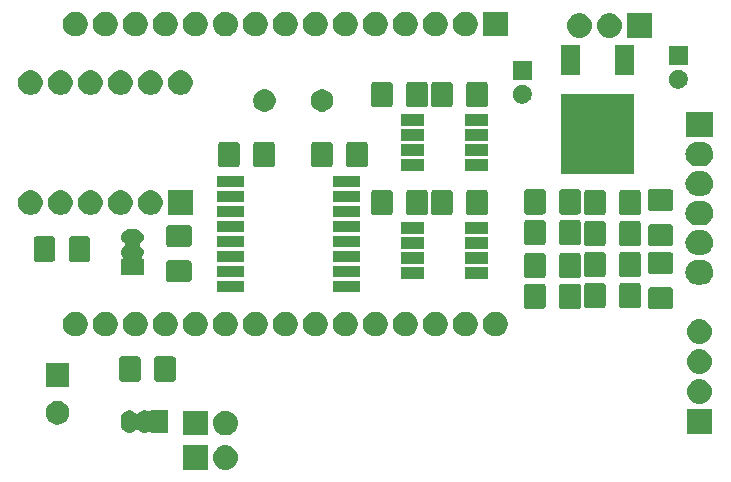
<source format=gts>
%TF.GenerationSoftware,KiCad,Pcbnew,(5.0.0)*%
%TF.CreationDate,2019-11-04T22:18:49+01:00*%
%TF.ProjectId,PSAVanCanBridge_v14,50534156616E43616E4272696467655F,rev?*%
%TF.SameCoordinates,Original*%
%TF.FileFunction,Soldermask,Top*%
%TF.FilePolarity,Negative*%
%FSLAX46Y46*%
G04 Gerber Fmt 4.6, Leading zero omitted, Abs format (unit mm)*
G04 Created by KiCad (PCBNEW (5.0.0)) date 11/04/19 22:18:49*
%MOMM*%
%LPD*%
G01*
G04 APERTURE LIST*
%ADD10C,0.100000*%
G04 APERTURE END LIST*
D10*
G36*
X70232707Y-88365596D02*
X70309836Y-88373193D01*
X70441787Y-88413220D01*
X70507763Y-88433233D01*
X70690172Y-88530733D01*
X70850054Y-88661946D01*
X70981267Y-88821828D01*
X71078767Y-89004237D01*
X71078767Y-89004238D01*
X71138807Y-89202164D01*
X71159080Y-89408000D01*
X71138807Y-89613836D01*
X71098780Y-89745787D01*
X71078767Y-89811763D01*
X70981267Y-89994172D01*
X70850054Y-90154054D01*
X70690172Y-90285267D01*
X70507763Y-90382767D01*
X70441787Y-90402780D01*
X70309836Y-90442807D01*
X70232707Y-90450403D01*
X70155580Y-90458000D01*
X70052420Y-90458000D01*
X69975293Y-90450403D01*
X69898164Y-90442807D01*
X69766213Y-90402780D01*
X69700237Y-90382767D01*
X69517828Y-90285267D01*
X69357946Y-90154054D01*
X69226733Y-89994172D01*
X69129233Y-89811763D01*
X69109220Y-89745787D01*
X69069193Y-89613836D01*
X69048920Y-89408000D01*
X69069193Y-89202164D01*
X69129233Y-89004238D01*
X69129233Y-89004237D01*
X69226733Y-88821828D01*
X69357946Y-88661946D01*
X69517828Y-88530733D01*
X69700237Y-88433233D01*
X69766213Y-88413220D01*
X69898164Y-88373193D01*
X69975293Y-88365596D01*
X70052420Y-88358000D01*
X70155580Y-88358000D01*
X70232707Y-88365596D01*
X70232707Y-88365596D01*
G37*
G36*
X68614000Y-90458000D02*
X66514000Y-90458000D01*
X66514000Y-88358000D01*
X68614000Y-88358000D01*
X68614000Y-90458000D01*
X68614000Y-90458000D01*
G37*
G36*
X70232707Y-85444597D02*
X70309836Y-85452193D01*
X70441787Y-85492220D01*
X70507763Y-85512233D01*
X70690172Y-85609733D01*
X70850054Y-85740946D01*
X70981267Y-85900828D01*
X71078767Y-86083237D01*
X71078767Y-86083238D01*
X71138807Y-86281164D01*
X71159080Y-86487000D01*
X71138807Y-86692836D01*
X71098780Y-86824787D01*
X71078767Y-86890763D01*
X70981267Y-87073172D01*
X70850054Y-87233054D01*
X70690172Y-87364267D01*
X70507763Y-87461767D01*
X70441787Y-87481780D01*
X70309836Y-87521807D01*
X70232707Y-87529403D01*
X70155580Y-87537000D01*
X70052420Y-87537000D01*
X69975293Y-87529403D01*
X69898164Y-87521807D01*
X69766213Y-87481780D01*
X69700237Y-87461767D01*
X69517828Y-87364267D01*
X69357946Y-87233054D01*
X69226733Y-87073172D01*
X69129233Y-86890763D01*
X69109220Y-86824787D01*
X69069193Y-86692836D01*
X69048920Y-86487000D01*
X69069193Y-86281164D01*
X69129233Y-86083238D01*
X69129233Y-86083237D01*
X69226733Y-85900828D01*
X69357946Y-85740946D01*
X69517828Y-85609733D01*
X69700237Y-85512233D01*
X69766213Y-85492220D01*
X69898164Y-85452193D01*
X69975293Y-85444597D01*
X70052420Y-85437000D01*
X70155580Y-85437000D01*
X70232707Y-85444597D01*
X70232707Y-85444597D01*
G37*
G36*
X68614000Y-87537000D02*
X66514000Y-87537000D01*
X66514000Y-85437000D01*
X68614000Y-85437000D01*
X68614000Y-87537000D01*
X68614000Y-87537000D01*
G37*
G36*
X111286000Y-87410000D02*
X109186000Y-87410000D01*
X109186000Y-85310000D01*
X111286000Y-85310000D01*
X111286000Y-87410000D01*
X111286000Y-87410000D01*
G37*
G36*
X62023375Y-85411159D02*
X62118125Y-85420491D01*
X62209234Y-85448128D01*
X62254789Y-85461947D01*
X62380738Y-85529269D01*
X62491132Y-85619868D01*
X62514374Y-85648188D01*
X62531701Y-85665515D01*
X62552075Y-85679129D01*
X62574714Y-85688507D01*
X62598748Y-85693287D01*
X62623252Y-85693287D01*
X62647286Y-85688507D01*
X62669925Y-85679129D01*
X62690299Y-85665515D01*
X62707625Y-85648190D01*
X62730870Y-85619867D01*
X62841263Y-85529269D01*
X62967212Y-85461947D01*
X63012767Y-85448128D01*
X63103876Y-85420491D01*
X63246000Y-85406493D01*
X63246001Y-85406493D01*
X63293375Y-85411159D01*
X63388125Y-85420491D01*
X63479234Y-85448128D01*
X63524789Y-85461947D01*
X63607075Y-85505931D01*
X63629713Y-85515308D01*
X63653747Y-85520089D01*
X63678251Y-85520089D01*
X63702285Y-85515309D01*
X63724924Y-85505932D01*
X63745298Y-85492318D01*
X63762626Y-85474991D01*
X63776240Y-85454616D01*
X63785617Y-85431978D01*
X63789989Y-85410000D01*
X65241000Y-85410000D01*
X65241000Y-87310000D01*
X63789591Y-87310000D01*
X63788598Y-87299923D01*
X63781485Y-87276474D01*
X63769934Y-87254863D01*
X63754388Y-87235921D01*
X63735446Y-87220375D01*
X63713835Y-87208824D01*
X63690386Y-87201711D01*
X63666000Y-87199309D01*
X63641614Y-87201711D01*
X63618165Y-87208824D01*
X63607075Y-87214069D01*
X63524788Y-87258053D01*
X63479233Y-87271872D01*
X63388124Y-87299509D01*
X63246000Y-87313507D01*
X63245999Y-87313507D01*
X63198625Y-87308841D01*
X63103875Y-87299509D01*
X63012766Y-87271872D01*
X62967211Y-87258053D01*
X62841262Y-87190731D01*
X62730868Y-87100132D01*
X62707626Y-87071812D01*
X62690299Y-87054485D01*
X62669925Y-87040871D01*
X62647286Y-87031493D01*
X62623252Y-87026713D01*
X62598748Y-87026713D01*
X62574714Y-87031493D01*
X62552075Y-87040871D01*
X62531701Y-87054485D01*
X62514374Y-87071812D01*
X62491132Y-87100132D01*
X62380737Y-87190731D01*
X62254788Y-87258053D01*
X62209233Y-87271872D01*
X62118124Y-87299509D01*
X61976000Y-87313507D01*
X61975999Y-87313507D01*
X61928625Y-87308841D01*
X61833875Y-87299509D01*
X61742766Y-87271872D01*
X61697211Y-87258053D01*
X61571262Y-87190731D01*
X61460868Y-87100132D01*
X61370269Y-86989737D01*
X61302947Y-86863788D01*
X61289128Y-86818233D01*
X61261491Y-86727124D01*
X61251000Y-86620606D01*
X61251000Y-86099393D01*
X61261491Y-85992875D01*
X61302947Y-85856212D01*
X61302947Y-85856211D01*
X61370268Y-85730265D01*
X61370269Y-85730263D01*
X61460869Y-85619868D01*
X61460871Y-85619866D01*
X61571263Y-85529269D01*
X61697212Y-85461947D01*
X61742767Y-85448128D01*
X61833876Y-85420491D01*
X61976000Y-85406493D01*
X61976001Y-85406493D01*
X62023375Y-85411159D01*
X62023375Y-85411159D01*
G37*
G36*
X56055770Y-84638372D02*
X56171689Y-84661429D01*
X56353678Y-84736811D01*
X56517463Y-84846249D01*
X56656751Y-84985537D01*
X56766189Y-85149322D01*
X56841571Y-85331311D01*
X56856525Y-85406493D01*
X56880000Y-85524507D01*
X56880000Y-85721493D01*
X56864628Y-85798770D01*
X56841571Y-85914689D01*
X56766189Y-86096678D01*
X56656751Y-86260463D01*
X56517463Y-86399751D01*
X56353678Y-86509189D01*
X56171689Y-86584571D01*
X56055770Y-86607628D01*
X55978493Y-86623000D01*
X55781507Y-86623000D01*
X55704230Y-86607628D01*
X55588311Y-86584571D01*
X55406322Y-86509189D01*
X55242537Y-86399751D01*
X55103249Y-86260463D01*
X54993811Y-86096678D01*
X54918429Y-85914689D01*
X54895372Y-85798770D01*
X54880000Y-85721493D01*
X54880000Y-85524507D01*
X54903475Y-85406493D01*
X54918429Y-85331311D01*
X54993811Y-85149322D01*
X55103249Y-84985537D01*
X55242537Y-84846249D01*
X55406322Y-84736811D01*
X55588311Y-84661429D01*
X55704230Y-84638372D01*
X55781507Y-84623000D01*
X55978493Y-84623000D01*
X56055770Y-84638372D01*
X56055770Y-84638372D01*
G37*
G36*
X110364707Y-82777596D02*
X110441836Y-82785193D01*
X110573787Y-82825220D01*
X110639763Y-82845233D01*
X110822172Y-82942733D01*
X110982054Y-83073946D01*
X111113267Y-83233828D01*
X111210767Y-83416237D01*
X111210767Y-83416238D01*
X111270807Y-83614164D01*
X111291080Y-83820000D01*
X111270807Y-84025836D01*
X111230780Y-84157787D01*
X111210767Y-84223763D01*
X111113267Y-84406172D01*
X110982054Y-84566054D01*
X110822172Y-84697267D01*
X110639763Y-84794767D01*
X110573787Y-84814780D01*
X110441836Y-84854807D01*
X110364707Y-84862403D01*
X110287580Y-84870000D01*
X110184420Y-84870000D01*
X110107293Y-84862403D01*
X110030164Y-84854807D01*
X109898213Y-84814780D01*
X109832237Y-84794767D01*
X109649828Y-84697267D01*
X109489946Y-84566054D01*
X109358733Y-84406172D01*
X109261233Y-84223763D01*
X109241220Y-84157787D01*
X109201193Y-84025836D01*
X109180920Y-83820000D01*
X109201193Y-83614164D01*
X109261233Y-83416238D01*
X109261233Y-83416237D01*
X109358733Y-83233828D01*
X109489946Y-83073946D01*
X109649828Y-82942733D01*
X109832237Y-82845233D01*
X109898213Y-82825220D01*
X110030164Y-82785193D01*
X110107293Y-82777596D01*
X110184420Y-82770000D01*
X110287580Y-82770000D01*
X110364707Y-82777596D01*
X110364707Y-82777596D01*
G37*
G36*
X56880000Y-83423000D02*
X54880000Y-83423000D01*
X54880000Y-81423000D01*
X56880000Y-81423000D01*
X56880000Y-83423000D01*
X56880000Y-83423000D01*
G37*
G36*
X65707482Y-80845186D02*
X65752204Y-80858753D01*
X65793433Y-80880790D01*
X65829561Y-80910439D01*
X65859210Y-80946567D01*
X65881247Y-80987796D01*
X65894814Y-81032518D01*
X65900000Y-81085175D01*
X65900000Y-82744825D01*
X65894814Y-82797482D01*
X65881247Y-82842204D01*
X65859210Y-82883433D01*
X65829561Y-82919561D01*
X65793433Y-82949210D01*
X65752204Y-82971247D01*
X65707482Y-82984814D01*
X65654825Y-82990000D01*
X64320175Y-82990000D01*
X64267518Y-82984814D01*
X64222796Y-82971247D01*
X64181567Y-82949210D01*
X64145439Y-82919561D01*
X64115790Y-82883433D01*
X64093753Y-82842204D01*
X64080186Y-82797482D01*
X64075000Y-82744825D01*
X64075000Y-81085175D01*
X64080186Y-81032518D01*
X64093753Y-80987796D01*
X64115790Y-80946567D01*
X64145439Y-80910439D01*
X64181567Y-80880790D01*
X64222796Y-80858753D01*
X64267518Y-80845186D01*
X64320175Y-80840000D01*
X65654825Y-80840000D01*
X65707482Y-80845186D01*
X65707482Y-80845186D01*
G37*
G36*
X62732482Y-80845186D02*
X62777204Y-80858753D01*
X62818433Y-80880790D01*
X62854561Y-80910439D01*
X62884210Y-80946567D01*
X62906247Y-80987796D01*
X62919814Y-81032518D01*
X62925000Y-81085175D01*
X62925000Y-82744825D01*
X62919814Y-82797482D01*
X62906247Y-82842204D01*
X62884210Y-82883433D01*
X62854561Y-82919561D01*
X62818433Y-82949210D01*
X62777204Y-82971247D01*
X62732482Y-82984814D01*
X62679825Y-82990000D01*
X61345175Y-82990000D01*
X61292518Y-82984814D01*
X61247796Y-82971247D01*
X61206567Y-82949210D01*
X61170439Y-82919561D01*
X61140790Y-82883433D01*
X61118753Y-82842204D01*
X61105186Y-82797482D01*
X61100000Y-82744825D01*
X61100000Y-81085175D01*
X61105186Y-81032518D01*
X61118753Y-80987796D01*
X61140790Y-80946567D01*
X61170439Y-80910439D01*
X61206567Y-80880790D01*
X61247796Y-80858753D01*
X61292518Y-80845186D01*
X61345175Y-80840000D01*
X62679825Y-80840000D01*
X62732482Y-80845186D01*
X62732482Y-80845186D01*
G37*
G36*
X110364707Y-80237597D02*
X110441836Y-80245193D01*
X110573787Y-80285220D01*
X110639763Y-80305233D01*
X110822172Y-80402733D01*
X110982054Y-80533946D01*
X111113267Y-80693828D01*
X111210767Y-80876237D01*
X111210767Y-80876238D01*
X111270807Y-81074164D01*
X111291080Y-81280000D01*
X111270807Y-81485836D01*
X111230780Y-81617787D01*
X111210767Y-81683763D01*
X111113267Y-81866172D01*
X110982054Y-82026054D01*
X110822172Y-82157267D01*
X110639763Y-82254767D01*
X110573787Y-82274780D01*
X110441836Y-82314807D01*
X110364707Y-82322404D01*
X110287580Y-82330000D01*
X110184420Y-82330000D01*
X110107293Y-82322404D01*
X110030164Y-82314807D01*
X109898213Y-82274780D01*
X109832237Y-82254767D01*
X109649828Y-82157267D01*
X109489946Y-82026054D01*
X109358733Y-81866172D01*
X109261233Y-81683763D01*
X109241220Y-81617787D01*
X109201193Y-81485836D01*
X109180920Y-81280000D01*
X109201193Y-81074164D01*
X109261233Y-80876238D01*
X109261233Y-80876237D01*
X109358733Y-80693828D01*
X109489946Y-80533946D01*
X109649828Y-80402733D01*
X109832237Y-80305233D01*
X109898213Y-80285220D01*
X110030164Y-80245193D01*
X110107293Y-80237597D01*
X110184420Y-80230000D01*
X110287580Y-80230000D01*
X110364707Y-80237597D01*
X110364707Y-80237597D01*
G37*
G36*
X110364707Y-77697597D02*
X110441836Y-77705193D01*
X110573787Y-77745220D01*
X110639763Y-77765233D01*
X110822172Y-77862733D01*
X110982054Y-77993946D01*
X111113267Y-78153828D01*
X111210767Y-78336237D01*
X111210767Y-78336238D01*
X111270807Y-78534164D01*
X111291080Y-78740000D01*
X111270807Y-78945836D01*
X111243609Y-79035497D01*
X111210767Y-79143763D01*
X111113267Y-79326172D01*
X110982054Y-79486054D01*
X110822172Y-79617267D01*
X110639763Y-79714767D01*
X110573787Y-79734780D01*
X110441836Y-79774807D01*
X110364707Y-79782403D01*
X110287580Y-79790000D01*
X110184420Y-79790000D01*
X110107293Y-79782403D01*
X110030164Y-79774807D01*
X109898213Y-79734780D01*
X109832237Y-79714767D01*
X109649828Y-79617267D01*
X109489946Y-79486054D01*
X109358733Y-79326172D01*
X109261233Y-79143763D01*
X109228391Y-79035497D01*
X109201193Y-78945836D01*
X109180920Y-78740000D01*
X109201193Y-78534164D01*
X109261233Y-78336238D01*
X109261233Y-78336237D01*
X109358733Y-78153828D01*
X109489946Y-77993946D01*
X109649828Y-77862733D01*
X109832237Y-77765233D01*
X109898213Y-77745220D01*
X110030164Y-77705193D01*
X110107293Y-77697597D01*
X110184420Y-77690000D01*
X110287580Y-77690000D01*
X110364707Y-77697597D01*
X110364707Y-77697597D01*
G37*
G36*
X67689888Y-77059470D02*
X67870274Y-77095350D01*
X68061362Y-77174502D01*
X68233336Y-77289411D01*
X68379589Y-77435664D01*
X68494498Y-77607638D01*
X68573650Y-77798726D01*
X68614000Y-78001584D01*
X68614000Y-78208416D01*
X68573650Y-78411274D01*
X68494498Y-78602362D01*
X68379589Y-78774336D01*
X68233336Y-78920589D01*
X68061362Y-79035498D01*
X67870274Y-79114650D01*
X67689888Y-79150530D01*
X67667417Y-79155000D01*
X67460583Y-79155000D01*
X67438112Y-79150530D01*
X67257726Y-79114650D01*
X67066638Y-79035498D01*
X66894664Y-78920589D01*
X66748411Y-78774336D01*
X66633502Y-78602362D01*
X66554350Y-78411274D01*
X66514000Y-78208416D01*
X66514000Y-78001584D01*
X66554350Y-77798726D01*
X66633502Y-77607638D01*
X66748411Y-77435664D01*
X66894664Y-77289411D01*
X67066638Y-77174502D01*
X67257726Y-77095350D01*
X67438112Y-77059470D01*
X67460583Y-77055000D01*
X67667417Y-77055000D01*
X67689888Y-77059470D01*
X67689888Y-77059470D01*
G37*
G36*
X93089888Y-77059470D02*
X93270274Y-77095350D01*
X93461362Y-77174502D01*
X93633336Y-77289411D01*
X93779589Y-77435664D01*
X93894498Y-77607638D01*
X93973650Y-77798726D01*
X94014000Y-78001584D01*
X94014000Y-78208416D01*
X93973650Y-78411274D01*
X93894498Y-78602362D01*
X93779589Y-78774336D01*
X93633336Y-78920589D01*
X93461362Y-79035498D01*
X93270274Y-79114650D01*
X93089888Y-79150530D01*
X93067417Y-79155000D01*
X92860583Y-79155000D01*
X92838112Y-79150530D01*
X92657726Y-79114650D01*
X92466638Y-79035498D01*
X92294664Y-78920589D01*
X92148411Y-78774336D01*
X92033502Y-78602362D01*
X91954350Y-78411274D01*
X91914000Y-78208416D01*
X91914000Y-78001584D01*
X91954350Y-77798726D01*
X92033502Y-77607638D01*
X92148411Y-77435664D01*
X92294664Y-77289411D01*
X92466638Y-77174502D01*
X92657726Y-77095350D01*
X92838112Y-77059470D01*
X92860583Y-77055000D01*
X93067417Y-77055000D01*
X93089888Y-77059470D01*
X93089888Y-77059470D01*
G37*
G36*
X90549888Y-77059470D02*
X90730274Y-77095350D01*
X90921362Y-77174502D01*
X91093336Y-77289411D01*
X91239589Y-77435664D01*
X91354498Y-77607638D01*
X91433650Y-77798726D01*
X91474000Y-78001584D01*
X91474000Y-78208416D01*
X91433650Y-78411274D01*
X91354498Y-78602362D01*
X91239589Y-78774336D01*
X91093336Y-78920589D01*
X90921362Y-79035498D01*
X90730274Y-79114650D01*
X90549888Y-79150530D01*
X90527417Y-79155000D01*
X90320583Y-79155000D01*
X90298112Y-79150530D01*
X90117726Y-79114650D01*
X89926638Y-79035498D01*
X89754664Y-78920589D01*
X89608411Y-78774336D01*
X89493502Y-78602362D01*
X89414350Y-78411274D01*
X89374000Y-78208416D01*
X89374000Y-78001584D01*
X89414350Y-77798726D01*
X89493502Y-77607638D01*
X89608411Y-77435664D01*
X89754664Y-77289411D01*
X89926638Y-77174502D01*
X90117726Y-77095350D01*
X90298112Y-77059470D01*
X90320583Y-77055000D01*
X90527417Y-77055000D01*
X90549888Y-77059470D01*
X90549888Y-77059470D01*
G37*
G36*
X88009888Y-77059470D02*
X88190274Y-77095350D01*
X88381362Y-77174502D01*
X88553336Y-77289411D01*
X88699589Y-77435664D01*
X88814498Y-77607638D01*
X88893650Y-77798726D01*
X88934000Y-78001584D01*
X88934000Y-78208416D01*
X88893650Y-78411274D01*
X88814498Y-78602362D01*
X88699589Y-78774336D01*
X88553336Y-78920589D01*
X88381362Y-79035498D01*
X88190274Y-79114650D01*
X88009888Y-79150530D01*
X87987417Y-79155000D01*
X87780583Y-79155000D01*
X87758112Y-79150530D01*
X87577726Y-79114650D01*
X87386638Y-79035498D01*
X87214664Y-78920589D01*
X87068411Y-78774336D01*
X86953502Y-78602362D01*
X86874350Y-78411274D01*
X86834000Y-78208416D01*
X86834000Y-78001584D01*
X86874350Y-77798726D01*
X86953502Y-77607638D01*
X87068411Y-77435664D01*
X87214664Y-77289411D01*
X87386638Y-77174502D01*
X87577726Y-77095350D01*
X87758112Y-77059470D01*
X87780583Y-77055000D01*
X87987417Y-77055000D01*
X88009888Y-77059470D01*
X88009888Y-77059470D01*
G37*
G36*
X85469888Y-77059470D02*
X85650274Y-77095350D01*
X85841362Y-77174502D01*
X86013336Y-77289411D01*
X86159589Y-77435664D01*
X86274498Y-77607638D01*
X86353650Y-77798726D01*
X86394000Y-78001584D01*
X86394000Y-78208416D01*
X86353650Y-78411274D01*
X86274498Y-78602362D01*
X86159589Y-78774336D01*
X86013336Y-78920589D01*
X85841362Y-79035498D01*
X85650274Y-79114650D01*
X85469888Y-79150530D01*
X85447417Y-79155000D01*
X85240583Y-79155000D01*
X85218112Y-79150530D01*
X85037726Y-79114650D01*
X84846638Y-79035498D01*
X84674664Y-78920589D01*
X84528411Y-78774336D01*
X84413502Y-78602362D01*
X84334350Y-78411274D01*
X84294000Y-78208416D01*
X84294000Y-78001584D01*
X84334350Y-77798726D01*
X84413502Y-77607638D01*
X84528411Y-77435664D01*
X84674664Y-77289411D01*
X84846638Y-77174502D01*
X85037726Y-77095350D01*
X85218112Y-77059470D01*
X85240583Y-77055000D01*
X85447417Y-77055000D01*
X85469888Y-77059470D01*
X85469888Y-77059470D01*
G37*
G36*
X82929888Y-77059470D02*
X83110274Y-77095350D01*
X83301362Y-77174502D01*
X83473336Y-77289411D01*
X83619589Y-77435664D01*
X83734498Y-77607638D01*
X83813650Y-77798726D01*
X83854000Y-78001584D01*
X83854000Y-78208416D01*
X83813650Y-78411274D01*
X83734498Y-78602362D01*
X83619589Y-78774336D01*
X83473336Y-78920589D01*
X83301362Y-79035498D01*
X83110274Y-79114650D01*
X82929888Y-79150530D01*
X82907417Y-79155000D01*
X82700583Y-79155000D01*
X82678112Y-79150530D01*
X82497726Y-79114650D01*
X82306638Y-79035498D01*
X82134664Y-78920589D01*
X81988411Y-78774336D01*
X81873502Y-78602362D01*
X81794350Y-78411274D01*
X81754000Y-78208416D01*
X81754000Y-78001584D01*
X81794350Y-77798726D01*
X81873502Y-77607638D01*
X81988411Y-77435664D01*
X82134664Y-77289411D01*
X82306638Y-77174502D01*
X82497726Y-77095350D01*
X82678112Y-77059470D01*
X82700583Y-77055000D01*
X82907417Y-77055000D01*
X82929888Y-77059470D01*
X82929888Y-77059470D01*
G37*
G36*
X80389888Y-77059470D02*
X80570274Y-77095350D01*
X80761362Y-77174502D01*
X80933336Y-77289411D01*
X81079589Y-77435664D01*
X81194498Y-77607638D01*
X81273650Y-77798726D01*
X81314000Y-78001584D01*
X81314000Y-78208416D01*
X81273650Y-78411274D01*
X81194498Y-78602362D01*
X81079589Y-78774336D01*
X80933336Y-78920589D01*
X80761362Y-79035498D01*
X80570274Y-79114650D01*
X80389888Y-79150530D01*
X80367417Y-79155000D01*
X80160583Y-79155000D01*
X80138112Y-79150530D01*
X79957726Y-79114650D01*
X79766638Y-79035498D01*
X79594664Y-78920589D01*
X79448411Y-78774336D01*
X79333502Y-78602362D01*
X79254350Y-78411274D01*
X79214000Y-78208416D01*
X79214000Y-78001584D01*
X79254350Y-77798726D01*
X79333502Y-77607638D01*
X79448411Y-77435664D01*
X79594664Y-77289411D01*
X79766638Y-77174502D01*
X79957726Y-77095350D01*
X80138112Y-77059470D01*
X80160583Y-77055000D01*
X80367417Y-77055000D01*
X80389888Y-77059470D01*
X80389888Y-77059470D01*
G37*
G36*
X77849888Y-77059470D02*
X78030274Y-77095350D01*
X78221362Y-77174502D01*
X78393336Y-77289411D01*
X78539589Y-77435664D01*
X78654498Y-77607638D01*
X78733650Y-77798726D01*
X78774000Y-78001584D01*
X78774000Y-78208416D01*
X78733650Y-78411274D01*
X78654498Y-78602362D01*
X78539589Y-78774336D01*
X78393336Y-78920589D01*
X78221362Y-79035498D01*
X78030274Y-79114650D01*
X77849888Y-79150530D01*
X77827417Y-79155000D01*
X77620583Y-79155000D01*
X77598112Y-79150530D01*
X77417726Y-79114650D01*
X77226638Y-79035498D01*
X77054664Y-78920589D01*
X76908411Y-78774336D01*
X76793502Y-78602362D01*
X76714350Y-78411274D01*
X76674000Y-78208416D01*
X76674000Y-78001584D01*
X76714350Y-77798726D01*
X76793502Y-77607638D01*
X76908411Y-77435664D01*
X77054664Y-77289411D01*
X77226638Y-77174502D01*
X77417726Y-77095350D01*
X77598112Y-77059470D01*
X77620583Y-77055000D01*
X77827417Y-77055000D01*
X77849888Y-77059470D01*
X77849888Y-77059470D01*
G37*
G36*
X75309888Y-77059470D02*
X75490274Y-77095350D01*
X75681362Y-77174502D01*
X75853336Y-77289411D01*
X75999589Y-77435664D01*
X76114498Y-77607638D01*
X76193650Y-77798726D01*
X76234000Y-78001584D01*
X76234000Y-78208416D01*
X76193650Y-78411274D01*
X76114498Y-78602362D01*
X75999589Y-78774336D01*
X75853336Y-78920589D01*
X75681362Y-79035498D01*
X75490274Y-79114650D01*
X75309888Y-79150530D01*
X75287417Y-79155000D01*
X75080583Y-79155000D01*
X75058112Y-79150530D01*
X74877726Y-79114650D01*
X74686638Y-79035498D01*
X74514664Y-78920589D01*
X74368411Y-78774336D01*
X74253502Y-78602362D01*
X74174350Y-78411274D01*
X74134000Y-78208416D01*
X74134000Y-78001584D01*
X74174350Y-77798726D01*
X74253502Y-77607638D01*
X74368411Y-77435664D01*
X74514664Y-77289411D01*
X74686638Y-77174502D01*
X74877726Y-77095350D01*
X75058112Y-77059470D01*
X75080583Y-77055000D01*
X75287417Y-77055000D01*
X75309888Y-77059470D01*
X75309888Y-77059470D01*
G37*
G36*
X72769888Y-77059470D02*
X72950274Y-77095350D01*
X73141362Y-77174502D01*
X73313336Y-77289411D01*
X73459589Y-77435664D01*
X73574498Y-77607638D01*
X73653650Y-77798726D01*
X73694000Y-78001584D01*
X73694000Y-78208416D01*
X73653650Y-78411274D01*
X73574498Y-78602362D01*
X73459589Y-78774336D01*
X73313336Y-78920589D01*
X73141362Y-79035498D01*
X72950274Y-79114650D01*
X72769888Y-79150530D01*
X72747417Y-79155000D01*
X72540583Y-79155000D01*
X72518112Y-79150530D01*
X72337726Y-79114650D01*
X72146638Y-79035498D01*
X71974664Y-78920589D01*
X71828411Y-78774336D01*
X71713502Y-78602362D01*
X71634350Y-78411274D01*
X71594000Y-78208416D01*
X71594000Y-78001584D01*
X71634350Y-77798726D01*
X71713502Y-77607638D01*
X71828411Y-77435664D01*
X71974664Y-77289411D01*
X72146638Y-77174502D01*
X72337726Y-77095350D01*
X72518112Y-77059470D01*
X72540583Y-77055000D01*
X72747417Y-77055000D01*
X72769888Y-77059470D01*
X72769888Y-77059470D01*
G37*
G36*
X70229888Y-77059470D02*
X70410274Y-77095350D01*
X70601362Y-77174502D01*
X70773336Y-77289411D01*
X70919589Y-77435664D01*
X71034498Y-77607638D01*
X71113650Y-77798726D01*
X71154000Y-78001584D01*
X71154000Y-78208416D01*
X71113650Y-78411274D01*
X71034498Y-78602362D01*
X70919589Y-78774336D01*
X70773336Y-78920589D01*
X70601362Y-79035498D01*
X70410274Y-79114650D01*
X70229888Y-79150530D01*
X70207417Y-79155000D01*
X70000583Y-79155000D01*
X69978112Y-79150530D01*
X69797726Y-79114650D01*
X69606638Y-79035498D01*
X69434664Y-78920589D01*
X69288411Y-78774336D01*
X69173502Y-78602362D01*
X69094350Y-78411274D01*
X69054000Y-78208416D01*
X69054000Y-78001584D01*
X69094350Y-77798726D01*
X69173502Y-77607638D01*
X69288411Y-77435664D01*
X69434664Y-77289411D01*
X69606638Y-77174502D01*
X69797726Y-77095350D01*
X69978112Y-77059470D01*
X70000583Y-77055000D01*
X70207417Y-77055000D01*
X70229888Y-77059470D01*
X70229888Y-77059470D01*
G37*
G36*
X65149888Y-77059470D02*
X65330274Y-77095350D01*
X65521362Y-77174502D01*
X65693336Y-77289411D01*
X65839589Y-77435664D01*
X65954498Y-77607638D01*
X66033650Y-77798726D01*
X66074000Y-78001584D01*
X66074000Y-78208416D01*
X66033650Y-78411274D01*
X65954498Y-78602362D01*
X65839589Y-78774336D01*
X65693336Y-78920589D01*
X65521362Y-79035498D01*
X65330274Y-79114650D01*
X65149888Y-79150530D01*
X65127417Y-79155000D01*
X64920583Y-79155000D01*
X64898112Y-79150530D01*
X64717726Y-79114650D01*
X64526638Y-79035498D01*
X64354664Y-78920589D01*
X64208411Y-78774336D01*
X64093502Y-78602362D01*
X64014350Y-78411274D01*
X63974000Y-78208416D01*
X63974000Y-78001584D01*
X64014350Y-77798726D01*
X64093502Y-77607638D01*
X64208411Y-77435664D01*
X64354664Y-77289411D01*
X64526638Y-77174502D01*
X64717726Y-77095350D01*
X64898112Y-77059470D01*
X64920583Y-77055000D01*
X65127417Y-77055000D01*
X65149888Y-77059470D01*
X65149888Y-77059470D01*
G37*
G36*
X62609888Y-77059470D02*
X62790274Y-77095350D01*
X62981362Y-77174502D01*
X63153336Y-77289411D01*
X63299589Y-77435664D01*
X63414498Y-77607638D01*
X63493650Y-77798726D01*
X63534000Y-78001584D01*
X63534000Y-78208416D01*
X63493650Y-78411274D01*
X63414498Y-78602362D01*
X63299589Y-78774336D01*
X63153336Y-78920589D01*
X62981362Y-79035498D01*
X62790274Y-79114650D01*
X62609888Y-79150530D01*
X62587417Y-79155000D01*
X62380583Y-79155000D01*
X62358112Y-79150530D01*
X62177726Y-79114650D01*
X61986638Y-79035498D01*
X61814664Y-78920589D01*
X61668411Y-78774336D01*
X61553502Y-78602362D01*
X61474350Y-78411274D01*
X61434000Y-78208416D01*
X61434000Y-78001584D01*
X61474350Y-77798726D01*
X61553502Y-77607638D01*
X61668411Y-77435664D01*
X61814664Y-77289411D01*
X61986638Y-77174502D01*
X62177726Y-77095350D01*
X62358112Y-77059470D01*
X62380583Y-77055000D01*
X62587417Y-77055000D01*
X62609888Y-77059470D01*
X62609888Y-77059470D01*
G37*
G36*
X57529888Y-77059470D02*
X57710274Y-77095350D01*
X57901362Y-77174502D01*
X58073336Y-77289411D01*
X58219589Y-77435664D01*
X58334498Y-77607638D01*
X58413650Y-77798726D01*
X58454000Y-78001584D01*
X58454000Y-78208416D01*
X58413650Y-78411274D01*
X58334498Y-78602362D01*
X58219589Y-78774336D01*
X58073336Y-78920589D01*
X57901362Y-79035498D01*
X57710274Y-79114650D01*
X57529888Y-79150530D01*
X57507417Y-79155000D01*
X57300583Y-79155000D01*
X57278112Y-79150530D01*
X57097726Y-79114650D01*
X56906638Y-79035498D01*
X56734664Y-78920589D01*
X56588411Y-78774336D01*
X56473502Y-78602362D01*
X56394350Y-78411274D01*
X56354000Y-78208416D01*
X56354000Y-78001584D01*
X56394350Y-77798726D01*
X56473502Y-77607638D01*
X56588411Y-77435664D01*
X56734664Y-77289411D01*
X56906638Y-77174502D01*
X57097726Y-77095350D01*
X57278112Y-77059470D01*
X57300583Y-77055000D01*
X57507417Y-77055000D01*
X57529888Y-77059470D01*
X57529888Y-77059470D01*
G37*
G36*
X60069888Y-77059470D02*
X60250274Y-77095350D01*
X60441362Y-77174502D01*
X60613336Y-77289411D01*
X60759589Y-77435664D01*
X60874498Y-77607638D01*
X60953650Y-77798726D01*
X60994000Y-78001584D01*
X60994000Y-78208416D01*
X60953650Y-78411274D01*
X60874498Y-78602362D01*
X60759589Y-78774336D01*
X60613336Y-78920589D01*
X60441362Y-79035498D01*
X60250274Y-79114650D01*
X60069888Y-79150530D01*
X60047417Y-79155000D01*
X59840583Y-79155000D01*
X59818112Y-79150530D01*
X59637726Y-79114650D01*
X59446638Y-79035498D01*
X59274664Y-78920589D01*
X59128411Y-78774336D01*
X59013502Y-78602362D01*
X58934350Y-78411274D01*
X58894000Y-78208416D01*
X58894000Y-78001584D01*
X58934350Y-77798726D01*
X59013502Y-77607638D01*
X59128411Y-77435664D01*
X59274664Y-77289411D01*
X59446638Y-77174502D01*
X59637726Y-77095350D01*
X59818112Y-77059470D01*
X59840583Y-77055000D01*
X60047417Y-77055000D01*
X60069888Y-77059470D01*
X60069888Y-77059470D01*
G37*
G36*
X99997482Y-74682186D02*
X100042204Y-74695753D01*
X100083433Y-74717790D01*
X100119561Y-74747439D01*
X100149210Y-74783567D01*
X100171247Y-74824796D01*
X100184814Y-74869518D01*
X100190000Y-74922175D01*
X100190000Y-76581825D01*
X100184814Y-76634482D01*
X100171247Y-76679204D01*
X100149210Y-76720433D01*
X100119561Y-76756561D01*
X100083433Y-76786210D01*
X100042204Y-76808247D01*
X99997482Y-76821814D01*
X99944825Y-76827000D01*
X98610175Y-76827000D01*
X98557518Y-76821814D01*
X98512796Y-76808247D01*
X98471567Y-76786210D01*
X98435439Y-76756561D01*
X98405790Y-76720433D01*
X98383753Y-76679204D01*
X98370186Y-76634482D01*
X98365000Y-76581825D01*
X98365000Y-74922175D01*
X98370186Y-74869518D01*
X98383753Y-74824796D01*
X98405790Y-74783567D01*
X98435439Y-74747439D01*
X98471567Y-74717790D01*
X98512796Y-74695753D01*
X98557518Y-74682186D01*
X98610175Y-74677000D01*
X99944825Y-74677000D01*
X99997482Y-74682186D01*
X99997482Y-74682186D01*
G37*
G36*
X97022482Y-74682186D02*
X97067204Y-74695753D01*
X97108433Y-74717790D01*
X97144561Y-74747439D01*
X97174210Y-74783567D01*
X97196247Y-74824796D01*
X97209814Y-74869518D01*
X97215000Y-74922175D01*
X97215000Y-76581825D01*
X97209814Y-76634482D01*
X97196247Y-76679204D01*
X97174210Y-76720433D01*
X97144561Y-76756561D01*
X97108433Y-76786210D01*
X97067204Y-76808247D01*
X97022482Y-76821814D01*
X96969825Y-76827000D01*
X95635175Y-76827000D01*
X95582518Y-76821814D01*
X95537796Y-76808247D01*
X95496567Y-76786210D01*
X95460439Y-76756561D01*
X95430790Y-76720433D01*
X95408753Y-76679204D01*
X95395186Y-76634482D01*
X95390000Y-76581825D01*
X95390000Y-74922175D01*
X95395186Y-74869518D01*
X95408753Y-74824796D01*
X95430790Y-74783567D01*
X95460439Y-74747439D01*
X95496567Y-74717790D01*
X95537796Y-74695753D01*
X95582518Y-74682186D01*
X95635175Y-74677000D01*
X96969825Y-74677000D01*
X97022482Y-74682186D01*
X97022482Y-74682186D01*
G37*
G36*
X107816482Y-75002186D02*
X107861204Y-75015753D01*
X107902433Y-75037790D01*
X107938561Y-75067439D01*
X107968210Y-75103567D01*
X107990247Y-75144796D01*
X108003814Y-75189518D01*
X108009000Y-75242175D01*
X108009000Y-76576825D01*
X108003814Y-76629482D01*
X107990247Y-76674204D01*
X107968210Y-76715433D01*
X107938561Y-76751561D01*
X107902433Y-76781210D01*
X107861204Y-76803247D01*
X107816482Y-76816814D01*
X107763825Y-76822000D01*
X106104175Y-76822000D01*
X106051518Y-76816814D01*
X106006796Y-76803247D01*
X105965567Y-76781210D01*
X105929439Y-76751561D01*
X105899790Y-76715433D01*
X105877753Y-76674204D01*
X105864186Y-76629482D01*
X105859000Y-76576825D01*
X105859000Y-75242175D01*
X105864186Y-75189518D01*
X105877753Y-75144796D01*
X105899790Y-75103567D01*
X105929439Y-75067439D01*
X105965567Y-75037790D01*
X106006796Y-75015753D01*
X106051518Y-75002186D01*
X106104175Y-74997000D01*
X107763825Y-74997000D01*
X107816482Y-75002186D01*
X107816482Y-75002186D01*
G37*
G36*
X105077482Y-74622186D02*
X105122204Y-74635753D01*
X105163433Y-74657790D01*
X105199561Y-74687439D01*
X105229210Y-74723567D01*
X105251247Y-74764796D01*
X105264814Y-74809518D01*
X105270000Y-74862175D01*
X105270000Y-76521825D01*
X105264814Y-76574482D01*
X105251247Y-76619204D01*
X105229210Y-76660433D01*
X105199561Y-76696561D01*
X105163433Y-76726210D01*
X105122204Y-76748247D01*
X105077482Y-76761814D01*
X105024825Y-76767000D01*
X103690175Y-76767000D01*
X103637518Y-76761814D01*
X103592796Y-76748247D01*
X103551567Y-76726210D01*
X103515439Y-76696561D01*
X103485790Y-76660433D01*
X103463753Y-76619204D01*
X103450186Y-76574482D01*
X103445000Y-76521825D01*
X103445000Y-74862175D01*
X103450186Y-74809518D01*
X103463753Y-74764796D01*
X103485790Y-74723567D01*
X103515439Y-74687439D01*
X103551567Y-74657790D01*
X103592796Y-74635753D01*
X103637518Y-74622186D01*
X103690175Y-74617000D01*
X105024825Y-74617000D01*
X105077482Y-74622186D01*
X105077482Y-74622186D01*
G37*
G36*
X102102482Y-74622186D02*
X102147204Y-74635753D01*
X102188433Y-74657790D01*
X102224561Y-74687439D01*
X102254210Y-74723567D01*
X102276247Y-74764796D01*
X102289814Y-74809518D01*
X102295000Y-74862175D01*
X102295000Y-76521825D01*
X102289814Y-76574482D01*
X102276247Y-76619204D01*
X102254210Y-76660433D01*
X102224561Y-76696561D01*
X102188433Y-76726210D01*
X102147204Y-76748247D01*
X102102482Y-76761814D01*
X102049825Y-76767000D01*
X100715175Y-76767000D01*
X100662518Y-76761814D01*
X100617796Y-76748247D01*
X100576567Y-76726210D01*
X100540439Y-76696561D01*
X100510790Y-76660433D01*
X100488753Y-76619204D01*
X100475186Y-76574482D01*
X100470000Y-76521825D01*
X100470000Y-74862175D01*
X100475186Y-74809518D01*
X100488753Y-74764796D01*
X100510790Y-74723567D01*
X100540439Y-74687439D01*
X100576567Y-74657790D01*
X100617796Y-74635753D01*
X100662518Y-74622186D01*
X100715175Y-74617000D01*
X102049825Y-74617000D01*
X102102482Y-74622186D01*
X102102482Y-74622186D01*
G37*
G36*
X81457800Y-75361800D02*
X79222600Y-75361800D01*
X79222600Y-74498200D01*
X81457800Y-74498200D01*
X81457800Y-75361800D01*
X81457800Y-75361800D01*
G37*
G36*
X71653400Y-75361800D02*
X69418200Y-75361800D01*
X69418200Y-74498200D01*
X71653400Y-74498200D01*
X71653400Y-75361800D01*
X71653400Y-75361800D01*
G37*
G36*
X110489707Y-72671597D02*
X110566836Y-72679193D01*
X110671690Y-72711000D01*
X110764763Y-72739233D01*
X110947172Y-72836733D01*
X111107054Y-72967946D01*
X111238267Y-73127828D01*
X111335767Y-73310237D01*
X111335767Y-73310238D01*
X111395807Y-73508164D01*
X111416080Y-73714000D01*
X111395807Y-73919836D01*
X111362586Y-74029350D01*
X111335767Y-74117763D01*
X111238267Y-74300172D01*
X111107054Y-74460054D01*
X110947172Y-74591267D01*
X110764763Y-74688767D01*
X110723209Y-74701372D01*
X110566836Y-74748807D01*
X110489707Y-74756404D01*
X110412580Y-74764000D01*
X110059420Y-74764000D01*
X109982293Y-74756404D01*
X109905164Y-74748807D01*
X109748791Y-74701372D01*
X109707237Y-74688767D01*
X109524828Y-74591267D01*
X109364946Y-74460054D01*
X109233733Y-74300172D01*
X109136233Y-74117763D01*
X109109414Y-74029350D01*
X109076193Y-73919836D01*
X109055920Y-73714000D01*
X109076193Y-73508164D01*
X109136233Y-73310238D01*
X109136233Y-73310237D01*
X109233733Y-73127828D01*
X109364946Y-72967946D01*
X109524828Y-72836733D01*
X109707237Y-72739233D01*
X109800310Y-72711000D01*
X109905164Y-72679193D01*
X109982293Y-72671597D01*
X110059420Y-72664000D01*
X110412580Y-72664000D01*
X110489707Y-72671597D01*
X110489707Y-72671597D01*
G37*
G36*
X67049482Y-72716186D02*
X67094204Y-72729753D01*
X67135433Y-72751790D01*
X67171561Y-72781439D01*
X67201210Y-72817567D01*
X67223247Y-72858796D01*
X67236814Y-72903518D01*
X67242000Y-72956175D01*
X67242000Y-74290825D01*
X67236814Y-74343482D01*
X67223247Y-74388204D01*
X67201210Y-74429433D01*
X67171561Y-74465561D01*
X67135433Y-74495210D01*
X67094204Y-74517247D01*
X67049482Y-74530814D01*
X66996825Y-74536000D01*
X65337175Y-74536000D01*
X65284518Y-74530814D01*
X65239796Y-74517247D01*
X65198567Y-74495210D01*
X65162439Y-74465561D01*
X65132790Y-74429433D01*
X65110753Y-74388204D01*
X65097186Y-74343482D01*
X65092000Y-74290825D01*
X65092000Y-72956175D01*
X65097186Y-72903518D01*
X65110753Y-72858796D01*
X65132790Y-72817567D01*
X65162439Y-72781439D01*
X65198567Y-72751790D01*
X65239796Y-72729753D01*
X65284518Y-72716186D01*
X65337175Y-72711000D01*
X66996825Y-72711000D01*
X67049482Y-72716186D01*
X67049482Y-72716186D01*
G37*
G36*
X92321000Y-74287000D02*
X90371000Y-74287000D01*
X90371000Y-73287000D01*
X92321000Y-73287000D01*
X92321000Y-74287000D01*
X92321000Y-74287000D01*
G37*
G36*
X86921000Y-74287000D02*
X84971000Y-74287000D01*
X84971000Y-73287000D01*
X86921000Y-73287000D01*
X86921000Y-74287000D01*
X86921000Y-74287000D01*
G37*
G36*
X97022482Y-72082186D02*
X97067204Y-72095753D01*
X97108433Y-72117790D01*
X97144561Y-72147439D01*
X97174210Y-72183567D01*
X97196247Y-72224796D01*
X97209814Y-72269518D01*
X97215000Y-72322175D01*
X97215000Y-73981825D01*
X97209814Y-74034482D01*
X97196247Y-74079204D01*
X97174210Y-74120433D01*
X97144561Y-74156561D01*
X97108433Y-74186210D01*
X97067204Y-74208247D01*
X97022482Y-74221814D01*
X96969825Y-74227000D01*
X95635175Y-74227000D01*
X95582518Y-74221814D01*
X95537796Y-74208247D01*
X95496567Y-74186210D01*
X95460439Y-74156561D01*
X95430790Y-74120433D01*
X95408753Y-74079204D01*
X95395186Y-74034482D01*
X95390000Y-73981825D01*
X95390000Y-72322175D01*
X95395186Y-72269518D01*
X95408753Y-72224796D01*
X95430790Y-72183567D01*
X95460439Y-72147439D01*
X95496567Y-72117790D01*
X95537796Y-72095753D01*
X95582518Y-72082186D01*
X95635175Y-72077000D01*
X96969825Y-72077000D01*
X97022482Y-72082186D01*
X97022482Y-72082186D01*
G37*
G36*
X99997482Y-72082186D02*
X100042204Y-72095753D01*
X100083433Y-72117790D01*
X100119561Y-72147439D01*
X100149210Y-72183567D01*
X100171247Y-72224796D01*
X100184814Y-72269518D01*
X100190000Y-72322175D01*
X100190000Y-73981825D01*
X100184814Y-74034482D01*
X100171247Y-74079204D01*
X100149210Y-74120433D01*
X100119561Y-74156561D01*
X100083433Y-74186210D01*
X100042204Y-74208247D01*
X99997482Y-74221814D01*
X99944825Y-74227000D01*
X98610175Y-74227000D01*
X98557518Y-74221814D01*
X98512796Y-74208247D01*
X98471567Y-74186210D01*
X98435439Y-74156561D01*
X98405790Y-74120433D01*
X98383753Y-74079204D01*
X98370186Y-74034482D01*
X98365000Y-73981825D01*
X98365000Y-72322175D01*
X98370186Y-72269518D01*
X98383753Y-72224796D01*
X98405790Y-72183567D01*
X98435439Y-72147439D01*
X98471567Y-72117790D01*
X98512796Y-72095753D01*
X98557518Y-72082186D01*
X98610175Y-72077000D01*
X99944825Y-72077000D01*
X99997482Y-72082186D01*
X99997482Y-72082186D01*
G37*
G36*
X105077482Y-71997518D02*
X105122204Y-72011085D01*
X105163433Y-72033122D01*
X105199561Y-72062771D01*
X105229210Y-72098899D01*
X105251247Y-72140128D01*
X105264814Y-72184850D01*
X105270000Y-72237507D01*
X105270000Y-73897157D01*
X105264814Y-73949814D01*
X105251247Y-73994536D01*
X105229210Y-74035765D01*
X105199561Y-74071893D01*
X105163433Y-74101542D01*
X105122204Y-74123579D01*
X105077482Y-74137146D01*
X105024825Y-74142332D01*
X103690175Y-74142332D01*
X103637518Y-74137146D01*
X103592796Y-74123579D01*
X103551567Y-74101542D01*
X103515439Y-74071893D01*
X103485790Y-74035765D01*
X103463753Y-73994536D01*
X103450186Y-73949814D01*
X103445000Y-73897157D01*
X103445000Y-72237507D01*
X103450186Y-72184850D01*
X103463753Y-72140128D01*
X103485790Y-72098899D01*
X103515439Y-72062771D01*
X103551567Y-72033122D01*
X103592796Y-72011085D01*
X103637518Y-71997518D01*
X103690175Y-71992332D01*
X105024825Y-71992332D01*
X105077482Y-71997518D01*
X105077482Y-71997518D01*
G37*
G36*
X102102482Y-71997518D02*
X102147204Y-72011085D01*
X102188433Y-72033122D01*
X102224561Y-72062771D01*
X102254210Y-72098899D01*
X102276247Y-72140128D01*
X102289814Y-72184850D01*
X102295000Y-72237507D01*
X102295000Y-73897157D01*
X102289814Y-73949814D01*
X102276247Y-73994536D01*
X102254210Y-74035765D01*
X102224561Y-74071893D01*
X102188433Y-74101542D01*
X102147204Y-74123579D01*
X102102482Y-74137146D01*
X102049825Y-74142332D01*
X100715175Y-74142332D01*
X100662518Y-74137146D01*
X100617796Y-74123579D01*
X100576567Y-74101542D01*
X100540439Y-74071893D01*
X100510790Y-74035765D01*
X100488753Y-73994536D01*
X100475186Y-73949814D01*
X100470000Y-73897157D01*
X100470000Y-72237507D01*
X100475186Y-72184850D01*
X100488753Y-72140128D01*
X100510790Y-72098899D01*
X100540439Y-72062771D01*
X100576567Y-72033122D01*
X100617796Y-72011085D01*
X100662518Y-71997518D01*
X100715175Y-71992332D01*
X102049825Y-71992332D01*
X102102482Y-71997518D01*
X102102482Y-71997518D01*
G37*
G36*
X71653400Y-74091800D02*
X69418200Y-74091800D01*
X69418200Y-73228200D01*
X71653400Y-73228200D01*
X71653400Y-74091800D01*
X71653400Y-74091800D01*
G37*
G36*
X81457800Y-74091800D02*
X79222600Y-74091800D01*
X79222600Y-73228200D01*
X81457800Y-73228200D01*
X81457800Y-74091800D01*
X81457800Y-74091800D01*
G37*
G36*
X62645486Y-70097229D02*
X62657423Y-70098405D01*
X62718685Y-70116989D01*
X62779948Y-70135573D01*
X62892868Y-70195930D01*
X62991843Y-70277157D01*
X63073070Y-70376132D01*
X63133427Y-70489052D01*
X63170595Y-70611578D01*
X63183145Y-70739000D01*
X63170595Y-70866422D01*
X63133427Y-70988948D01*
X63073070Y-71101868D01*
X62991843Y-71200843D01*
X62991841Y-71200844D01*
X62991840Y-71200846D01*
X62898590Y-71277374D01*
X62881263Y-71294701D01*
X62867649Y-71315075D01*
X62858271Y-71337714D01*
X62853491Y-71361748D01*
X62853491Y-71386252D01*
X62858271Y-71410285D01*
X62867649Y-71432924D01*
X62881263Y-71453299D01*
X62898590Y-71470626D01*
X62991840Y-71547154D01*
X62991841Y-71547156D01*
X62991843Y-71547157D01*
X63073070Y-71646132D01*
X63133427Y-71759052D01*
X63170595Y-71881578D01*
X63183145Y-72009000D01*
X63174047Y-72101372D01*
X63170595Y-72136423D01*
X63154716Y-72188767D01*
X63133427Y-72258948D01*
X63073070Y-72371868D01*
X63029706Y-72424707D01*
X63016097Y-72445076D01*
X63006719Y-72467715D01*
X63001939Y-72491748D01*
X63001939Y-72516253D01*
X63006720Y-72540286D01*
X63016097Y-72562925D01*
X63029711Y-72583299D01*
X63047038Y-72600627D01*
X63067413Y-72614240D01*
X63090052Y-72623618D01*
X63126337Y-72629000D01*
X63180000Y-72629000D01*
X63180000Y-73929000D01*
X61280000Y-73929000D01*
X61280000Y-72629000D01*
X61333663Y-72629000D01*
X61358049Y-72626598D01*
X61381498Y-72619485D01*
X61403109Y-72607934D01*
X61422051Y-72592388D01*
X61437597Y-72573446D01*
X61449148Y-72551835D01*
X61456261Y-72528386D01*
X61458663Y-72504000D01*
X61456261Y-72479614D01*
X61449148Y-72456165D01*
X61430292Y-72424705D01*
X61386930Y-72371868D01*
X61326573Y-72258948D01*
X61305284Y-72188767D01*
X61289405Y-72136423D01*
X61285953Y-72101372D01*
X61276855Y-72009000D01*
X61289405Y-71881578D01*
X61326573Y-71759052D01*
X61386930Y-71646132D01*
X61468157Y-71547157D01*
X61468159Y-71547156D01*
X61468160Y-71547154D01*
X61561410Y-71470626D01*
X61578737Y-71453299D01*
X61592351Y-71432925D01*
X61601729Y-71410286D01*
X61606509Y-71386252D01*
X61606509Y-71361748D01*
X61601729Y-71337715D01*
X61592351Y-71315076D01*
X61578737Y-71294701D01*
X61561410Y-71277374D01*
X61468160Y-71200846D01*
X61468159Y-71200844D01*
X61468157Y-71200843D01*
X61386930Y-71101868D01*
X61326573Y-70988948D01*
X61289405Y-70866422D01*
X61276855Y-70739000D01*
X61289405Y-70611578D01*
X61326573Y-70489052D01*
X61386930Y-70376132D01*
X61468157Y-70277157D01*
X61567132Y-70195930D01*
X61680052Y-70135573D01*
X61741315Y-70116989D01*
X61802577Y-70098405D01*
X61814514Y-70097229D01*
X61898068Y-70089000D01*
X62561932Y-70089000D01*
X62645486Y-70097229D01*
X62645486Y-70097229D01*
G37*
G36*
X107816482Y-72027186D02*
X107861204Y-72040753D01*
X107902433Y-72062790D01*
X107938561Y-72092439D01*
X107968210Y-72128567D01*
X107990247Y-72169796D01*
X108003814Y-72214518D01*
X108009000Y-72267175D01*
X108009000Y-73601825D01*
X108003814Y-73654482D01*
X107990247Y-73699204D01*
X107968210Y-73740433D01*
X107938561Y-73776561D01*
X107902433Y-73806210D01*
X107861204Y-73828247D01*
X107816482Y-73841814D01*
X107763825Y-73847000D01*
X106104175Y-73847000D01*
X106051518Y-73841814D01*
X106006796Y-73828247D01*
X105965567Y-73806210D01*
X105929439Y-73776561D01*
X105899790Y-73740433D01*
X105877753Y-73699204D01*
X105864186Y-73654482D01*
X105859000Y-73601825D01*
X105859000Y-72267175D01*
X105864186Y-72214518D01*
X105877753Y-72169796D01*
X105899790Y-72128567D01*
X105929439Y-72092439D01*
X105965567Y-72062790D01*
X106006796Y-72040753D01*
X106051518Y-72027186D01*
X106104175Y-72022000D01*
X107763825Y-72022000D01*
X107816482Y-72027186D01*
X107816482Y-72027186D01*
G37*
G36*
X86921000Y-73017000D02*
X84971000Y-73017000D01*
X84971000Y-72017000D01*
X86921000Y-72017000D01*
X86921000Y-73017000D01*
X86921000Y-73017000D01*
G37*
G36*
X92321000Y-73017000D02*
X90371000Y-73017000D01*
X90371000Y-72017000D01*
X92321000Y-72017000D01*
X92321000Y-73017000D01*
X92321000Y-73017000D01*
G37*
G36*
X55493482Y-70685186D02*
X55538204Y-70698753D01*
X55579433Y-70720790D01*
X55615561Y-70750439D01*
X55645210Y-70786567D01*
X55667247Y-70827796D01*
X55680814Y-70872518D01*
X55686000Y-70925175D01*
X55686000Y-72584825D01*
X55680814Y-72637482D01*
X55667247Y-72682204D01*
X55645210Y-72723433D01*
X55615561Y-72759561D01*
X55579433Y-72789210D01*
X55538204Y-72811247D01*
X55493482Y-72824814D01*
X55440825Y-72830000D01*
X54106175Y-72830000D01*
X54053518Y-72824814D01*
X54008796Y-72811247D01*
X53967567Y-72789210D01*
X53931439Y-72759561D01*
X53901790Y-72723433D01*
X53879753Y-72682204D01*
X53866186Y-72637482D01*
X53861000Y-72584825D01*
X53861000Y-70925175D01*
X53866186Y-70872518D01*
X53879753Y-70827796D01*
X53901790Y-70786567D01*
X53931439Y-70750439D01*
X53967567Y-70720790D01*
X54008796Y-70698753D01*
X54053518Y-70685186D01*
X54106175Y-70680000D01*
X55440825Y-70680000D01*
X55493482Y-70685186D01*
X55493482Y-70685186D01*
G37*
G36*
X58468482Y-70685186D02*
X58513204Y-70698753D01*
X58554433Y-70720790D01*
X58590561Y-70750439D01*
X58620210Y-70786567D01*
X58642247Y-70827796D01*
X58655814Y-70872518D01*
X58661000Y-70925175D01*
X58661000Y-72584825D01*
X58655814Y-72637482D01*
X58642247Y-72682204D01*
X58620210Y-72723433D01*
X58590561Y-72759561D01*
X58554433Y-72789210D01*
X58513204Y-72811247D01*
X58468482Y-72824814D01*
X58415825Y-72830000D01*
X57081175Y-72830000D01*
X57028518Y-72824814D01*
X56983796Y-72811247D01*
X56942567Y-72789210D01*
X56906439Y-72759561D01*
X56876790Y-72723433D01*
X56854753Y-72682204D01*
X56841186Y-72637482D01*
X56836000Y-72584825D01*
X56836000Y-70925175D01*
X56841186Y-70872518D01*
X56854753Y-70827796D01*
X56876790Y-70786567D01*
X56906439Y-70750439D01*
X56942567Y-70720790D01*
X56983796Y-70698753D01*
X57028518Y-70685186D01*
X57081175Y-70680000D01*
X58415825Y-70680000D01*
X58468482Y-70685186D01*
X58468482Y-70685186D01*
G37*
G36*
X81457800Y-72821800D02*
X79222600Y-72821800D01*
X79222600Y-71958200D01*
X81457800Y-71958200D01*
X81457800Y-72821800D01*
X81457800Y-72821800D01*
G37*
G36*
X71653400Y-72821800D02*
X69418200Y-72821800D01*
X69418200Y-71958200D01*
X71653400Y-71958200D01*
X71653400Y-72821800D01*
X71653400Y-72821800D01*
G37*
G36*
X110489707Y-70171596D02*
X110566836Y-70179193D01*
X110698787Y-70219220D01*
X110764763Y-70239233D01*
X110947172Y-70336733D01*
X111107054Y-70467946D01*
X111238267Y-70627828D01*
X111335767Y-70810237D01*
X111354659Y-70872518D01*
X111395807Y-71008164D01*
X111416080Y-71214000D01*
X111395807Y-71419836D01*
X111374353Y-71490561D01*
X111335767Y-71617763D01*
X111238267Y-71800172D01*
X111107054Y-71960054D01*
X110947172Y-72091267D01*
X110764763Y-72188767D01*
X110698787Y-72208780D01*
X110566836Y-72248807D01*
X110489707Y-72256403D01*
X110412580Y-72264000D01*
X110059420Y-72264000D01*
X109982293Y-72256403D01*
X109905164Y-72248807D01*
X109773213Y-72208780D01*
X109707237Y-72188767D01*
X109524828Y-72091267D01*
X109364946Y-71960054D01*
X109233733Y-71800172D01*
X109136233Y-71617763D01*
X109097647Y-71490561D01*
X109076193Y-71419836D01*
X109055920Y-71214000D01*
X109076193Y-71008164D01*
X109117341Y-70872518D01*
X109136233Y-70810237D01*
X109233733Y-70627828D01*
X109364946Y-70467946D01*
X109524828Y-70336733D01*
X109707237Y-70239233D01*
X109773213Y-70219220D01*
X109905164Y-70179193D01*
X109982293Y-70171596D01*
X110059420Y-70164000D01*
X110412580Y-70164000D01*
X110489707Y-70171596D01*
X110489707Y-70171596D01*
G37*
G36*
X92321000Y-71747000D02*
X90371000Y-71747000D01*
X90371000Y-70747000D01*
X92321000Y-70747000D01*
X92321000Y-71747000D01*
X92321000Y-71747000D01*
G37*
G36*
X86921000Y-71747000D02*
X84971000Y-71747000D01*
X84971000Y-70747000D01*
X86921000Y-70747000D01*
X86921000Y-71747000D01*
X86921000Y-71747000D01*
G37*
G36*
X67049482Y-69741186D02*
X67094204Y-69754753D01*
X67135433Y-69776790D01*
X67171561Y-69806439D01*
X67201210Y-69842567D01*
X67223247Y-69883796D01*
X67236814Y-69928518D01*
X67242000Y-69981175D01*
X67242000Y-71315825D01*
X67236814Y-71368482D01*
X67223247Y-71413204D01*
X67201210Y-71454433D01*
X67171561Y-71490561D01*
X67135433Y-71520210D01*
X67094204Y-71542247D01*
X67049482Y-71555814D01*
X66996825Y-71561000D01*
X65337175Y-71561000D01*
X65284518Y-71555814D01*
X65239796Y-71542247D01*
X65198567Y-71520210D01*
X65162439Y-71490561D01*
X65132790Y-71454433D01*
X65110753Y-71413204D01*
X65097186Y-71368482D01*
X65092000Y-71315825D01*
X65092000Y-69981175D01*
X65097186Y-69928518D01*
X65110753Y-69883796D01*
X65132790Y-69842567D01*
X65162439Y-69806439D01*
X65198567Y-69776790D01*
X65239796Y-69754753D01*
X65284518Y-69741186D01*
X65337175Y-69736000D01*
X66996825Y-69736000D01*
X67049482Y-69741186D01*
X67049482Y-69741186D01*
G37*
G36*
X81457800Y-71551800D02*
X79222600Y-71551800D01*
X79222600Y-70688200D01*
X81457800Y-70688200D01*
X81457800Y-71551800D01*
X81457800Y-71551800D01*
G37*
G36*
X71653400Y-71551800D02*
X69418200Y-71551800D01*
X69418200Y-70688200D01*
X71653400Y-70688200D01*
X71653400Y-71551800D01*
X71653400Y-71551800D01*
G37*
G36*
X102102482Y-69372852D02*
X102147204Y-69386419D01*
X102188433Y-69408456D01*
X102224561Y-69438105D01*
X102254210Y-69474233D01*
X102276247Y-69515462D01*
X102289814Y-69560184D01*
X102295000Y-69612841D01*
X102295000Y-71272491D01*
X102289814Y-71325148D01*
X102276247Y-71369870D01*
X102254210Y-71411099D01*
X102224561Y-71447227D01*
X102188433Y-71476876D01*
X102147204Y-71498913D01*
X102102482Y-71512480D01*
X102049825Y-71517666D01*
X100715175Y-71517666D01*
X100662518Y-71512480D01*
X100617796Y-71498913D01*
X100576567Y-71476876D01*
X100540439Y-71447227D01*
X100510790Y-71411099D01*
X100488753Y-71369870D01*
X100475186Y-71325148D01*
X100470000Y-71272491D01*
X100470000Y-69612841D01*
X100475186Y-69560184D01*
X100488753Y-69515462D01*
X100510790Y-69474233D01*
X100540439Y-69438105D01*
X100576567Y-69408456D01*
X100617796Y-69386419D01*
X100662518Y-69372852D01*
X100715175Y-69367666D01*
X102049825Y-69367666D01*
X102102482Y-69372852D01*
X102102482Y-69372852D01*
G37*
G36*
X105077482Y-69372852D02*
X105122204Y-69386419D01*
X105163433Y-69408456D01*
X105199561Y-69438105D01*
X105229210Y-69474233D01*
X105251247Y-69515462D01*
X105264814Y-69560184D01*
X105270000Y-69612841D01*
X105270000Y-71272491D01*
X105264814Y-71325148D01*
X105251247Y-71369870D01*
X105229210Y-71411099D01*
X105199561Y-71447227D01*
X105163433Y-71476876D01*
X105122204Y-71498913D01*
X105077482Y-71512480D01*
X105024825Y-71517666D01*
X103690175Y-71517666D01*
X103637518Y-71512480D01*
X103592796Y-71498913D01*
X103551567Y-71476876D01*
X103515439Y-71447227D01*
X103485790Y-71411099D01*
X103463753Y-71369870D01*
X103450186Y-71325148D01*
X103445000Y-71272491D01*
X103445000Y-69612841D01*
X103450186Y-69560184D01*
X103463753Y-69515462D01*
X103485790Y-69474233D01*
X103515439Y-69438105D01*
X103551567Y-69408456D01*
X103592796Y-69386419D01*
X103637518Y-69372852D01*
X103690175Y-69367666D01*
X105024825Y-69367666D01*
X105077482Y-69372852D01*
X105077482Y-69372852D01*
G37*
G36*
X107816482Y-69668186D02*
X107861204Y-69681753D01*
X107902433Y-69703790D01*
X107938561Y-69733439D01*
X107968210Y-69769567D01*
X107990247Y-69810796D01*
X108003814Y-69855518D01*
X108009000Y-69908175D01*
X108009000Y-71242825D01*
X108003814Y-71295482D01*
X107990247Y-71340204D01*
X107968210Y-71381433D01*
X107938561Y-71417561D01*
X107902433Y-71447210D01*
X107861204Y-71469247D01*
X107816482Y-71482814D01*
X107763825Y-71488000D01*
X106104175Y-71488000D01*
X106051518Y-71482814D01*
X106006796Y-71469247D01*
X105965567Y-71447210D01*
X105929439Y-71417561D01*
X105899790Y-71381433D01*
X105877753Y-71340204D01*
X105864186Y-71295482D01*
X105859000Y-71242825D01*
X105859000Y-69908175D01*
X105864186Y-69855518D01*
X105877753Y-69810796D01*
X105899790Y-69769567D01*
X105929439Y-69733439D01*
X105965567Y-69703790D01*
X106006796Y-69681753D01*
X106051518Y-69668186D01*
X106104175Y-69663000D01*
X107763825Y-69663000D01*
X107816482Y-69668186D01*
X107816482Y-69668186D01*
G37*
G36*
X99997482Y-69288186D02*
X100042204Y-69301753D01*
X100083433Y-69323790D01*
X100119561Y-69353439D01*
X100149210Y-69389567D01*
X100171247Y-69430796D01*
X100184814Y-69475518D01*
X100190000Y-69528175D01*
X100190000Y-71187825D01*
X100184814Y-71240482D01*
X100171247Y-71285204D01*
X100149210Y-71326433D01*
X100119561Y-71362561D01*
X100083433Y-71392210D01*
X100042204Y-71414247D01*
X99997482Y-71427814D01*
X99944825Y-71433000D01*
X98610175Y-71433000D01*
X98557518Y-71427814D01*
X98512796Y-71414247D01*
X98471567Y-71392210D01*
X98435439Y-71362561D01*
X98405790Y-71326433D01*
X98383753Y-71285204D01*
X98370186Y-71240482D01*
X98365000Y-71187825D01*
X98365000Y-69528175D01*
X98370186Y-69475518D01*
X98383753Y-69430796D01*
X98405790Y-69389567D01*
X98435439Y-69353439D01*
X98471567Y-69323790D01*
X98512796Y-69301753D01*
X98557518Y-69288186D01*
X98610175Y-69283000D01*
X99944825Y-69283000D01*
X99997482Y-69288186D01*
X99997482Y-69288186D01*
G37*
G36*
X97022482Y-69288186D02*
X97067204Y-69301753D01*
X97108433Y-69323790D01*
X97144561Y-69353439D01*
X97174210Y-69389567D01*
X97196247Y-69430796D01*
X97209814Y-69475518D01*
X97215000Y-69528175D01*
X97215000Y-71187825D01*
X97209814Y-71240482D01*
X97196247Y-71285204D01*
X97174210Y-71326433D01*
X97144561Y-71362561D01*
X97108433Y-71392210D01*
X97067204Y-71414247D01*
X97022482Y-71427814D01*
X96969825Y-71433000D01*
X95635175Y-71433000D01*
X95582518Y-71427814D01*
X95537796Y-71414247D01*
X95496567Y-71392210D01*
X95460439Y-71362561D01*
X95430790Y-71326433D01*
X95408753Y-71285204D01*
X95395186Y-71240482D01*
X95390000Y-71187825D01*
X95390000Y-69528175D01*
X95395186Y-69475518D01*
X95408753Y-69430796D01*
X95430790Y-69389567D01*
X95460439Y-69353439D01*
X95496567Y-69323790D01*
X95537796Y-69301753D01*
X95582518Y-69288186D01*
X95635175Y-69283000D01*
X96969825Y-69283000D01*
X97022482Y-69288186D01*
X97022482Y-69288186D01*
G37*
G36*
X86921000Y-70477000D02*
X84971000Y-70477000D01*
X84971000Y-69477000D01*
X86921000Y-69477000D01*
X86921000Y-70477000D01*
X86921000Y-70477000D01*
G37*
G36*
X92321000Y-70477000D02*
X90371000Y-70477000D01*
X90371000Y-69477000D01*
X92321000Y-69477000D01*
X92321000Y-70477000D01*
X92321000Y-70477000D01*
G37*
G36*
X71653400Y-70281800D02*
X69418200Y-70281800D01*
X69418200Y-69418200D01*
X71653400Y-69418200D01*
X71653400Y-70281800D01*
X71653400Y-70281800D01*
G37*
G36*
X81457800Y-70281800D02*
X79222600Y-70281800D01*
X79222600Y-69418200D01*
X81457800Y-69418200D01*
X81457800Y-70281800D01*
X81457800Y-70281800D01*
G37*
G36*
X110489707Y-67671597D02*
X110566836Y-67679193D01*
X110683505Y-67714584D01*
X110764763Y-67739233D01*
X110947172Y-67836733D01*
X111107054Y-67967946D01*
X111238267Y-68127828D01*
X111335767Y-68310237D01*
X111352441Y-68365204D01*
X111395807Y-68508164D01*
X111416080Y-68714000D01*
X111395807Y-68919836D01*
X111367910Y-69011800D01*
X111335767Y-69117763D01*
X111238267Y-69300172D01*
X111107054Y-69460054D01*
X110947172Y-69591267D01*
X110764763Y-69688767D01*
X110715238Y-69703790D01*
X110566836Y-69748807D01*
X110489707Y-69756404D01*
X110412580Y-69764000D01*
X110059420Y-69764000D01*
X109982293Y-69756404D01*
X109905164Y-69748807D01*
X109756762Y-69703790D01*
X109707237Y-69688767D01*
X109524828Y-69591267D01*
X109364946Y-69460054D01*
X109233733Y-69300172D01*
X109136233Y-69117763D01*
X109104090Y-69011800D01*
X109076193Y-68919836D01*
X109055920Y-68714000D01*
X109076193Y-68508164D01*
X109119559Y-68365204D01*
X109136233Y-68310237D01*
X109233733Y-68127828D01*
X109364946Y-67967946D01*
X109524828Y-67836733D01*
X109707237Y-67739233D01*
X109788495Y-67714584D01*
X109905164Y-67679193D01*
X109982293Y-67671597D01*
X110059420Y-67664000D01*
X110412580Y-67664000D01*
X110489707Y-67671597D01*
X110489707Y-67671597D01*
G37*
G36*
X81457800Y-69011800D02*
X79222600Y-69011800D01*
X79222600Y-68148200D01*
X81457800Y-68148200D01*
X81457800Y-69011800D01*
X81457800Y-69011800D01*
G37*
G36*
X71653400Y-69011800D02*
X69418200Y-69011800D01*
X69418200Y-68148200D01*
X71653400Y-68148200D01*
X71653400Y-69011800D01*
X71653400Y-69011800D01*
G37*
G36*
X102102482Y-66748186D02*
X102147204Y-66761753D01*
X102188433Y-66783790D01*
X102224561Y-66813439D01*
X102254210Y-66849567D01*
X102276247Y-66890796D01*
X102289814Y-66935518D01*
X102295000Y-66988175D01*
X102295000Y-68647825D01*
X102289814Y-68700482D01*
X102276247Y-68745204D01*
X102254210Y-68786433D01*
X102224561Y-68822561D01*
X102188433Y-68852210D01*
X102147204Y-68874247D01*
X102102482Y-68887814D01*
X102049825Y-68893000D01*
X100715175Y-68893000D01*
X100662518Y-68887814D01*
X100617796Y-68874247D01*
X100576567Y-68852210D01*
X100540439Y-68822561D01*
X100510790Y-68786433D01*
X100488753Y-68745204D01*
X100475186Y-68700482D01*
X100470000Y-68647825D01*
X100470000Y-66988175D01*
X100475186Y-66935518D01*
X100488753Y-66890796D01*
X100510790Y-66849567D01*
X100540439Y-66813439D01*
X100576567Y-66783790D01*
X100617796Y-66761753D01*
X100662518Y-66748186D01*
X100715175Y-66743000D01*
X102049825Y-66743000D01*
X102102482Y-66748186D01*
X102102482Y-66748186D01*
G37*
G36*
X89148482Y-66748186D02*
X89193204Y-66761753D01*
X89234433Y-66783790D01*
X89270561Y-66813439D01*
X89300210Y-66849567D01*
X89322247Y-66890796D01*
X89335814Y-66935518D01*
X89341000Y-66988175D01*
X89341000Y-68647825D01*
X89335814Y-68700482D01*
X89322247Y-68745204D01*
X89300210Y-68786433D01*
X89270561Y-68822561D01*
X89234433Y-68852210D01*
X89193204Y-68874247D01*
X89148482Y-68887814D01*
X89095825Y-68893000D01*
X87761175Y-68893000D01*
X87708518Y-68887814D01*
X87663796Y-68874247D01*
X87622567Y-68852210D01*
X87586439Y-68822561D01*
X87556790Y-68786433D01*
X87534753Y-68745204D01*
X87521186Y-68700482D01*
X87516000Y-68647825D01*
X87516000Y-66988175D01*
X87521186Y-66935518D01*
X87534753Y-66890796D01*
X87556790Y-66849567D01*
X87586439Y-66813439D01*
X87622567Y-66783790D01*
X87663796Y-66761753D01*
X87708518Y-66748186D01*
X87761175Y-66743000D01*
X89095825Y-66743000D01*
X89148482Y-66748186D01*
X89148482Y-66748186D01*
G37*
G36*
X105077482Y-66748186D02*
X105122204Y-66761753D01*
X105163433Y-66783790D01*
X105199561Y-66813439D01*
X105229210Y-66849567D01*
X105251247Y-66890796D01*
X105264814Y-66935518D01*
X105270000Y-66988175D01*
X105270000Y-68647825D01*
X105264814Y-68700482D01*
X105251247Y-68745204D01*
X105229210Y-68786433D01*
X105199561Y-68822561D01*
X105163433Y-68852210D01*
X105122204Y-68874247D01*
X105077482Y-68887814D01*
X105024825Y-68893000D01*
X103690175Y-68893000D01*
X103637518Y-68887814D01*
X103592796Y-68874247D01*
X103551567Y-68852210D01*
X103515439Y-68822561D01*
X103485790Y-68786433D01*
X103463753Y-68745204D01*
X103450186Y-68700482D01*
X103445000Y-68647825D01*
X103445000Y-66988175D01*
X103450186Y-66935518D01*
X103463753Y-66890796D01*
X103485790Y-66849567D01*
X103515439Y-66813439D01*
X103551567Y-66783790D01*
X103592796Y-66761753D01*
X103637518Y-66748186D01*
X103690175Y-66743000D01*
X105024825Y-66743000D01*
X105077482Y-66748186D01*
X105077482Y-66748186D01*
G37*
G36*
X87043482Y-66748186D02*
X87088204Y-66761753D01*
X87129433Y-66783790D01*
X87165561Y-66813439D01*
X87195210Y-66849567D01*
X87217247Y-66890796D01*
X87230814Y-66935518D01*
X87236000Y-66988175D01*
X87236000Y-68647825D01*
X87230814Y-68700482D01*
X87217247Y-68745204D01*
X87195210Y-68786433D01*
X87165561Y-68822561D01*
X87129433Y-68852210D01*
X87088204Y-68874247D01*
X87043482Y-68887814D01*
X86990825Y-68893000D01*
X85656175Y-68893000D01*
X85603518Y-68887814D01*
X85558796Y-68874247D01*
X85517567Y-68852210D01*
X85481439Y-68822561D01*
X85451790Y-68786433D01*
X85429753Y-68745204D01*
X85416186Y-68700482D01*
X85411000Y-68647825D01*
X85411000Y-66988175D01*
X85416186Y-66935518D01*
X85429753Y-66890796D01*
X85451790Y-66849567D01*
X85481439Y-66813439D01*
X85517567Y-66783790D01*
X85558796Y-66761753D01*
X85603518Y-66748186D01*
X85656175Y-66743000D01*
X86990825Y-66743000D01*
X87043482Y-66748186D01*
X87043482Y-66748186D01*
G37*
G36*
X84068482Y-66748186D02*
X84113204Y-66761753D01*
X84154433Y-66783790D01*
X84190561Y-66813439D01*
X84220210Y-66849567D01*
X84242247Y-66890796D01*
X84255814Y-66935518D01*
X84261000Y-66988175D01*
X84261000Y-68647825D01*
X84255814Y-68700482D01*
X84242247Y-68745204D01*
X84220210Y-68786433D01*
X84190561Y-68822561D01*
X84154433Y-68852210D01*
X84113204Y-68874247D01*
X84068482Y-68887814D01*
X84015825Y-68893000D01*
X82681175Y-68893000D01*
X82628518Y-68887814D01*
X82583796Y-68874247D01*
X82542567Y-68852210D01*
X82506439Y-68822561D01*
X82476790Y-68786433D01*
X82454753Y-68745204D01*
X82441186Y-68700482D01*
X82436000Y-68647825D01*
X82436000Y-66988175D01*
X82441186Y-66935518D01*
X82454753Y-66890796D01*
X82476790Y-66849567D01*
X82506439Y-66813439D01*
X82542567Y-66783790D01*
X82583796Y-66761753D01*
X82628518Y-66748186D01*
X82681175Y-66743000D01*
X84015825Y-66743000D01*
X84068482Y-66748186D01*
X84068482Y-66748186D01*
G37*
G36*
X92123482Y-66748186D02*
X92168204Y-66761753D01*
X92209433Y-66783790D01*
X92245561Y-66813439D01*
X92275210Y-66849567D01*
X92297247Y-66890796D01*
X92310814Y-66935518D01*
X92316000Y-66988175D01*
X92316000Y-68647825D01*
X92310814Y-68700482D01*
X92297247Y-68745204D01*
X92275210Y-68786433D01*
X92245561Y-68822561D01*
X92209433Y-68852210D01*
X92168204Y-68874247D01*
X92123482Y-68887814D01*
X92070825Y-68893000D01*
X90736175Y-68893000D01*
X90683518Y-68887814D01*
X90638796Y-68874247D01*
X90597567Y-68852210D01*
X90561439Y-68822561D01*
X90531790Y-68786433D01*
X90509753Y-68745204D01*
X90496186Y-68700482D01*
X90491000Y-68647825D01*
X90491000Y-66988175D01*
X90496186Y-66935518D01*
X90509753Y-66890796D01*
X90531790Y-66849567D01*
X90561439Y-66813439D01*
X90597567Y-66783790D01*
X90638796Y-66761753D01*
X90683518Y-66748186D01*
X90736175Y-66743000D01*
X92070825Y-66743000D01*
X92123482Y-66748186D01*
X92123482Y-66748186D01*
G37*
G36*
X53719888Y-66772470D02*
X53900274Y-66808350D01*
X54091362Y-66887502D01*
X54263336Y-67002411D01*
X54409589Y-67148664D01*
X54524498Y-67320638D01*
X54603650Y-67511726D01*
X54644000Y-67714584D01*
X54644000Y-67921416D01*
X54603650Y-68124274D01*
X54524498Y-68315362D01*
X54409589Y-68487336D01*
X54263336Y-68633589D01*
X54091362Y-68748498D01*
X53900274Y-68827650D01*
X53719888Y-68863530D01*
X53697417Y-68868000D01*
X53490583Y-68868000D01*
X53468112Y-68863530D01*
X53287726Y-68827650D01*
X53096638Y-68748498D01*
X52924664Y-68633589D01*
X52778411Y-68487336D01*
X52663502Y-68315362D01*
X52584350Y-68124274D01*
X52544000Y-67921416D01*
X52544000Y-67714584D01*
X52584350Y-67511726D01*
X52663502Y-67320638D01*
X52778411Y-67148664D01*
X52924664Y-67002411D01*
X53096638Y-66887502D01*
X53287726Y-66808350D01*
X53468112Y-66772470D01*
X53490583Y-66768000D01*
X53697417Y-66768000D01*
X53719888Y-66772470D01*
X53719888Y-66772470D01*
G37*
G36*
X56259888Y-66772470D02*
X56440274Y-66808350D01*
X56631362Y-66887502D01*
X56803336Y-67002411D01*
X56949589Y-67148664D01*
X57064498Y-67320638D01*
X57143650Y-67511726D01*
X57184000Y-67714584D01*
X57184000Y-67921416D01*
X57143650Y-68124274D01*
X57064498Y-68315362D01*
X56949589Y-68487336D01*
X56803336Y-68633589D01*
X56631362Y-68748498D01*
X56440274Y-68827650D01*
X56259888Y-68863530D01*
X56237417Y-68868000D01*
X56030583Y-68868000D01*
X56008112Y-68863530D01*
X55827726Y-68827650D01*
X55636638Y-68748498D01*
X55464664Y-68633589D01*
X55318411Y-68487336D01*
X55203502Y-68315362D01*
X55124350Y-68124274D01*
X55084000Y-67921416D01*
X55084000Y-67714584D01*
X55124350Y-67511726D01*
X55203502Y-67320638D01*
X55318411Y-67148664D01*
X55464664Y-67002411D01*
X55636638Y-66887502D01*
X55827726Y-66808350D01*
X56008112Y-66772470D01*
X56030583Y-66768000D01*
X56237417Y-66768000D01*
X56259888Y-66772470D01*
X56259888Y-66772470D01*
G37*
G36*
X58799888Y-66772470D02*
X58980274Y-66808350D01*
X59171362Y-66887502D01*
X59343336Y-67002411D01*
X59489589Y-67148664D01*
X59604498Y-67320638D01*
X59683650Y-67511726D01*
X59724000Y-67714584D01*
X59724000Y-67921416D01*
X59683650Y-68124274D01*
X59604498Y-68315362D01*
X59489589Y-68487336D01*
X59343336Y-68633589D01*
X59171362Y-68748498D01*
X58980274Y-68827650D01*
X58799888Y-68863530D01*
X58777417Y-68868000D01*
X58570583Y-68868000D01*
X58548112Y-68863530D01*
X58367726Y-68827650D01*
X58176638Y-68748498D01*
X58004664Y-68633589D01*
X57858411Y-68487336D01*
X57743502Y-68315362D01*
X57664350Y-68124274D01*
X57624000Y-67921416D01*
X57624000Y-67714584D01*
X57664350Y-67511726D01*
X57743502Y-67320638D01*
X57858411Y-67148664D01*
X58004664Y-67002411D01*
X58176638Y-66887502D01*
X58367726Y-66808350D01*
X58548112Y-66772470D01*
X58570583Y-66768000D01*
X58777417Y-66768000D01*
X58799888Y-66772470D01*
X58799888Y-66772470D01*
G37*
G36*
X61339888Y-66772470D02*
X61520274Y-66808350D01*
X61711362Y-66887502D01*
X61883336Y-67002411D01*
X62029589Y-67148664D01*
X62144498Y-67320638D01*
X62223650Y-67511726D01*
X62264000Y-67714584D01*
X62264000Y-67921416D01*
X62223650Y-68124274D01*
X62144498Y-68315362D01*
X62029589Y-68487336D01*
X61883336Y-68633589D01*
X61711362Y-68748498D01*
X61520274Y-68827650D01*
X61339888Y-68863530D01*
X61317417Y-68868000D01*
X61110583Y-68868000D01*
X61088112Y-68863530D01*
X60907726Y-68827650D01*
X60716638Y-68748498D01*
X60544664Y-68633589D01*
X60398411Y-68487336D01*
X60283502Y-68315362D01*
X60204350Y-68124274D01*
X60164000Y-67921416D01*
X60164000Y-67714584D01*
X60204350Y-67511726D01*
X60283502Y-67320638D01*
X60398411Y-67148664D01*
X60544664Y-67002411D01*
X60716638Y-66887502D01*
X60907726Y-66808350D01*
X61088112Y-66772470D01*
X61110583Y-66768000D01*
X61317417Y-66768000D01*
X61339888Y-66772470D01*
X61339888Y-66772470D01*
G37*
G36*
X63879888Y-66772470D02*
X64060274Y-66808350D01*
X64251362Y-66887502D01*
X64423336Y-67002411D01*
X64569589Y-67148664D01*
X64684498Y-67320638D01*
X64763650Y-67511726D01*
X64804000Y-67714584D01*
X64804000Y-67921416D01*
X64763650Y-68124274D01*
X64684498Y-68315362D01*
X64569589Y-68487336D01*
X64423336Y-68633589D01*
X64251362Y-68748498D01*
X64060274Y-68827650D01*
X63879888Y-68863530D01*
X63857417Y-68868000D01*
X63650583Y-68868000D01*
X63628112Y-68863530D01*
X63447726Y-68827650D01*
X63256638Y-68748498D01*
X63084664Y-68633589D01*
X62938411Y-68487336D01*
X62823502Y-68315362D01*
X62744350Y-68124274D01*
X62704000Y-67921416D01*
X62704000Y-67714584D01*
X62744350Y-67511726D01*
X62823502Y-67320638D01*
X62938411Y-67148664D01*
X63084664Y-67002411D01*
X63256638Y-66887502D01*
X63447726Y-66808350D01*
X63628112Y-66772470D01*
X63650583Y-66768000D01*
X63857417Y-66768000D01*
X63879888Y-66772470D01*
X63879888Y-66772470D01*
G37*
G36*
X67344000Y-68868000D02*
X65244000Y-68868000D01*
X65244000Y-66768000D01*
X67344000Y-66768000D01*
X67344000Y-68868000D01*
X67344000Y-68868000D01*
G37*
G36*
X99997482Y-66688186D02*
X100042204Y-66701753D01*
X100083433Y-66723790D01*
X100119561Y-66753439D01*
X100149210Y-66789567D01*
X100171247Y-66830796D01*
X100184814Y-66875518D01*
X100190000Y-66928175D01*
X100190000Y-68587825D01*
X100184814Y-68640482D01*
X100171247Y-68685204D01*
X100149210Y-68726433D01*
X100119561Y-68762561D01*
X100083433Y-68792210D01*
X100042204Y-68814247D01*
X99997482Y-68827814D01*
X99944825Y-68833000D01*
X98610175Y-68833000D01*
X98557518Y-68827814D01*
X98512796Y-68814247D01*
X98471567Y-68792210D01*
X98435439Y-68762561D01*
X98405790Y-68726433D01*
X98383753Y-68685204D01*
X98370186Y-68640482D01*
X98365000Y-68587825D01*
X98365000Y-66928175D01*
X98370186Y-66875518D01*
X98383753Y-66830796D01*
X98405790Y-66789567D01*
X98435439Y-66753439D01*
X98471567Y-66723790D01*
X98512796Y-66701753D01*
X98557518Y-66688186D01*
X98610175Y-66683000D01*
X99944825Y-66683000D01*
X99997482Y-66688186D01*
X99997482Y-66688186D01*
G37*
G36*
X97022482Y-66688186D02*
X97067204Y-66701753D01*
X97108433Y-66723790D01*
X97144561Y-66753439D01*
X97174210Y-66789567D01*
X97196247Y-66830796D01*
X97209814Y-66875518D01*
X97215000Y-66928175D01*
X97215000Y-68587825D01*
X97209814Y-68640482D01*
X97196247Y-68685204D01*
X97174210Y-68726433D01*
X97144561Y-68762561D01*
X97108433Y-68792210D01*
X97067204Y-68814247D01*
X97022482Y-68827814D01*
X96969825Y-68833000D01*
X95635175Y-68833000D01*
X95582518Y-68827814D01*
X95537796Y-68814247D01*
X95496567Y-68792210D01*
X95460439Y-68762561D01*
X95430790Y-68726433D01*
X95408753Y-68685204D01*
X95395186Y-68640482D01*
X95390000Y-68587825D01*
X95390000Y-66928175D01*
X95395186Y-66875518D01*
X95408753Y-66830796D01*
X95430790Y-66789567D01*
X95460439Y-66753439D01*
X95496567Y-66723790D01*
X95537796Y-66701753D01*
X95582518Y-66688186D01*
X95635175Y-66683000D01*
X96969825Y-66683000D01*
X97022482Y-66688186D01*
X97022482Y-66688186D01*
G37*
G36*
X107816482Y-66693186D02*
X107861204Y-66706753D01*
X107902433Y-66728790D01*
X107938561Y-66758439D01*
X107968210Y-66794567D01*
X107990247Y-66835796D01*
X108003814Y-66880518D01*
X108009000Y-66933175D01*
X108009000Y-68267825D01*
X108003814Y-68320482D01*
X107990247Y-68365204D01*
X107968210Y-68406433D01*
X107938561Y-68442561D01*
X107902433Y-68472210D01*
X107861204Y-68494247D01*
X107816482Y-68507814D01*
X107763825Y-68513000D01*
X106104175Y-68513000D01*
X106051518Y-68507814D01*
X106006796Y-68494247D01*
X105965567Y-68472210D01*
X105929439Y-68442561D01*
X105899790Y-68406433D01*
X105877753Y-68365204D01*
X105864186Y-68320482D01*
X105859000Y-68267825D01*
X105859000Y-66933175D01*
X105864186Y-66880518D01*
X105877753Y-66835796D01*
X105899790Y-66794567D01*
X105929439Y-66758439D01*
X105965567Y-66728790D01*
X106006796Y-66706753D01*
X106051518Y-66693186D01*
X106104175Y-66688000D01*
X107763825Y-66688000D01*
X107816482Y-66693186D01*
X107816482Y-66693186D01*
G37*
G36*
X71653400Y-67741800D02*
X69418200Y-67741800D01*
X69418200Y-66878200D01*
X71653400Y-66878200D01*
X71653400Y-67741800D01*
X71653400Y-67741800D01*
G37*
G36*
X81457800Y-67741800D02*
X79222600Y-67741800D01*
X79222600Y-66878200D01*
X81457800Y-66878200D01*
X81457800Y-67741800D01*
X81457800Y-67741800D01*
G37*
G36*
X110489707Y-65171597D02*
X110566836Y-65179193D01*
X110698787Y-65219220D01*
X110764763Y-65239233D01*
X110947172Y-65336733D01*
X111107054Y-65467946D01*
X111238267Y-65627828D01*
X111335767Y-65810237D01*
X111335767Y-65810238D01*
X111395807Y-66008164D01*
X111416080Y-66214000D01*
X111395807Y-66419836D01*
X111380044Y-66471800D01*
X111335767Y-66617763D01*
X111238267Y-66800172D01*
X111107054Y-66960054D01*
X110947172Y-67091267D01*
X110764763Y-67188767D01*
X110698787Y-67208780D01*
X110566836Y-67248807D01*
X110489707Y-67256404D01*
X110412580Y-67264000D01*
X110059420Y-67264000D01*
X109982293Y-67256404D01*
X109905164Y-67248807D01*
X109773213Y-67208780D01*
X109707237Y-67188767D01*
X109524828Y-67091267D01*
X109364946Y-66960054D01*
X109233733Y-66800172D01*
X109136233Y-66617763D01*
X109091956Y-66471800D01*
X109076193Y-66419836D01*
X109055920Y-66214000D01*
X109076193Y-66008164D01*
X109136233Y-65810238D01*
X109136233Y-65810237D01*
X109233733Y-65627828D01*
X109364946Y-65467946D01*
X109524828Y-65336733D01*
X109707237Y-65239233D01*
X109773213Y-65219220D01*
X109905164Y-65179193D01*
X109982293Y-65171597D01*
X110059420Y-65164000D01*
X110412580Y-65164000D01*
X110489707Y-65171597D01*
X110489707Y-65171597D01*
G37*
G36*
X81457800Y-66471800D02*
X79222600Y-66471800D01*
X79222600Y-65608200D01*
X81457800Y-65608200D01*
X81457800Y-66471800D01*
X81457800Y-66471800D01*
G37*
G36*
X71653400Y-66471800D02*
X69418200Y-66471800D01*
X69418200Y-65608200D01*
X71653400Y-65608200D01*
X71653400Y-66471800D01*
X71653400Y-66471800D01*
G37*
G36*
X104700000Y-65444000D02*
X98500000Y-65444000D01*
X98500000Y-58644000D01*
X104700000Y-58644000D01*
X104700000Y-65444000D01*
X104700000Y-65444000D01*
G37*
G36*
X92321000Y-65143000D02*
X90371000Y-65143000D01*
X90371000Y-64143000D01*
X92321000Y-64143000D01*
X92321000Y-65143000D01*
X92321000Y-65143000D01*
G37*
G36*
X86921000Y-65143000D02*
X84971000Y-65143000D01*
X84971000Y-64143000D01*
X86921000Y-64143000D01*
X86921000Y-65143000D01*
X86921000Y-65143000D01*
G37*
G36*
X71114482Y-62684186D02*
X71159204Y-62697753D01*
X71200433Y-62719790D01*
X71236561Y-62749439D01*
X71266210Y-62785567D01*
X71288247Y-62826796D01*
X71301814Y-62871518D01*
X71307000Y-62924175D01*
X71307000Y-64583825D01*
X71301814Y-64636482D01*
X71288247Y-64681204D01*
X71266210Y-64722433D01*
X71236561Y-64758561D01*
X71200433Y-64788210D01*
X71159204Y-64810247D01*
X71114482Y-64823814D01*
X71061825Y-64829000D01*
X69727175Y-64829000D01*
X69674518Y-64823814D01*
X69629796Y-64810247D01*
X69588567Y-64788210D01*
X69552439Y-64758561D01*
X69522790Y-64722433D01*
X69500753Y-64681204D01*
X69487186Y-64636482D01*
X69482000Y-64583825D01*
X69482000Y-62924175D01*
X69487186Y-62871518D01*
X69500753Y-62826796D01*
X69522790Y-62785567D01*
X69552439Y-62749439D01*
X69588567Y-62719790D01*
X69629796Y-62697753D01*
X69674518Y-62684186D01*
X69727175Y-62679000D01*
X71061825Y-62679000D01*
X71114482Y-62684186D01*
X71114482Y-62684186D01*
G37*
G36*
X74089482Y-62684186D02*
X74134204Y-62697753D01*
X74175433Y-62719790D01*
X74211561Y-62749439D01*
X74241210Y-62785567D01*
X74263247Y-62826796D01*
X74276814Y-62871518D01*
X74282000Y-62924175D01*
X74282000Y-64583825D01*
X74276814Y-64636482D01*
X74263247Y-64681204D01*
X74241210Y-64722433D01*
X74211561Y-64758561D01*
X74175433Y-64788210D01*
X74134204Y-64810247D01*
X74089482Y-64823814D01*
X74036825Y-64829000D01*
X72702175Y-64829000D01*
X72649518Y-64823814D01*
X72604796Y-64810247D01*
X72563567Y-64788210D01*
X72527439Y-64758561D01*
X72497790Y-64722433D01*
X72475753Y-64681204D01*
X72462186Y-64636482D01*
X72457000Y-64583825D01*
X72457000Y-62924175D01*
X72462186Y-62871518D01*
X72475753Y-62826796D01*
X72497790Y-62785567D01*
X72527439Y-62749439D01*
X72563567Y-62719790D01*
X72604796Y-62697753D01*
X72649518Y-62684186D01*
X72702175Y-62679000D01*
X74036825Y-62679000D01*
X74089482Y-62684186D01*
X74089482Y-62684186D01*
G37*
G36*
X78988482Y-62684186D02*
X79033204Y-62697753D01*
X79074433Y-62719790D01*
X79110561Y-62749439D01*
X79140210Y-62785567D01*
X79162247Y-62826796D01*
X79175814Y-62871518D01*
X79181000Y-62924175D01*
X79181000Y-64583825D01*
X79175814Y-64636482D01*
X79162247Y-64681204D01*
X79140210Y-64722433D01*
X79110561Y-64758561D01*
X79074433Y-64788210D01*
X79033204Y-64810247D01*
X78988482Y-64823814D01*
X78935825Y-64829000D01*
X77601175Y-64829000D01*
X77548518Y-64823814D01*
X77503796Y-64810247D01*
X77462567Y-64788210D01*
X77426439Y-64758561D01*
X77396790Y-64722433D01*
X77374753Y-64681204D01*
X77361186Y-64636482D01*
X77356000Y-64583825D01*
X77356000Y-62924175D01*
X77361186Y-62871518D01*
X77374753Y-62826796D01*
X77396790Y-62785567D01*
X77426439Y-62749439D01*
X77462567Y-62719790D01*
X77503796Y-62697753D01*
X77548518Y-62684186D01*
X77601175Y-62679000D01*
X78935825Y-62679000D01*
X78988482Y-62684186D01*
X78988482Y-62684186D01*
G37*
G36*
X81963482Y-62684186D02*
X82008204Y-62697753D01*
X82049433Y-62719790D01*
X82085561Y-62749439D01*
X82115210Y-62785567D01*
X82137247Y-62826796D01*
X82150814Y-62871518D01*
X82156000Y-62924175D01*
X82156000Y-64583825D01*
X82150814Y-64636482D01*
X82137247Y-64681204D01*
X82115210Y-64722433D01*
X82085561Y-64758561D01*
X82049433Y-64788210D01*
X82008204Y-64810247D01*
X81963482Y-64823814D01*
X81910825Y-64829000D01*
X80576175Y-64829000D01*
X80523518Y-64823814D01*
X80478796Y-64810247D01*
X80437567Y-64788210D01*
X80401439Y-64758561D01*
X80371790Y-64722433D01*
X80349753Y-64681204D01*
X80336186Y-64636482D01*
X80331000Y-64583825D01*
X80331000Y-62924175D01*
X80336186Y-62871518D01*
X80349753Y-62826796D01*
X80371790Y-62785567D01*
X80401439Y-62749439D01*
X80437567Y-62719790D01*
X80478796Y-62697753D01*
X80523518Y-62684186D01*
X80576175Y-62679000D01*
X81910825Y-62679000D01*
X81963482Y-62684186D01*
X81963482Y-62684186D01*
G37*
G36*
X110489707Y-62671596D02*
X110566836Y-62679193D01*
X110698787Y-62719220D01*
X110764763Y-62739233D01*
X110947172Y-62836733D01*
X111107054Y-62967946D01*
X111238267Y-63127828D01*
X111335767Y-63310237D01*
X111335767Y-63310238D01*
X111395807Y-63508164D01*
X111416080Y-63714000D01*
X111395807Y-63919836D01*
X111355780Y-64051787D01*
X111335767Y-64117763D01*
X111238267Y-64300172D01*
X111107054Y-64460054D01*
X110947172Y-64591267D01*
X110764763Y-64688767D01*
X110698787Y-64708780D01*
X110566836Y-64748807D01*
X110489707Y-64756404D01*
X110412580Y-64764000D01*
X110059420Y-64764000D01*
X109982293Y-64756404D01*
X109905164Y-64748807D01*
X109773213Y-64708780D01*
X109707237Y-64688767D01*
X109524828Y-64591267D01*
X109364946Y-64460054D01*
X109233733Y-64300172D01*
X109136233Y-64117763D01*
X109116220Y-64051787D01*
X109076193Y-63919836D01*
X109055920Y-63714000D01*
X109076193Y-63508164D01*
X109136233Y-63310238D01*
X109136233Y-63310237D01*
X109233733Y-63127828D01*
X109364946Y-62967946D01*
X109524828Y-62836733D01*
X109707237Y-62739233D01*
X109773213Y-62719220D01*
X109905164Y-62679193D01*
X109982293Y-62671596D01*
X110059420Y-62664000D01*
X110412580Y-62664000D01*
X110489707Y-62671596D01*
X110489707Y-62671596D01*
G37*
G36*
X86921000Y-63873000D02*
X84971000Y-63873000D01*
X84971000Y-62873000D01*
X86921000Y-62873000D01*
X86921000Y-63873000D01*
X86921000Y-63873000D01*
G37*
G36*
X92321000Y-63873000D02*
X90371000Y-63873000D01*
X90371000Y-62873000D01*
X92321000Y-62873000D01*
X92321000Y-63873000D01*
X92321000Y-63873000D01*
G37*
G36*
X92321000Y-62603000D02*
X90371000Y-62603000D01*
X90371000Y-61603000D01*
X92321000Y-61603000D01*
X92321000Y-62603000D01*
X92321000Y-62603000D01*
G37*
G36*
X86921000Y-62603000D02*
X84971000Y-62603000D01*
X84971000Y-61603000D01*
X86921000Y-61603000D01*
X86921000Y-62603000D01*
X86921000Y-62603000D01*
G37*
G36*
X111411000Y-62264000D02*
X109061000Y-62264000D01*
X109061000Y-60164000D01*
X111411000Y-60164000D01*
X111411000Y-62264000D01*
X111411000Y-62264000D01*
G37*
G36*
X92321000Y-61333000D02*
X90371000Y-61333000D01*
X90371000Y-60333000D01*
X92321000Y-60333000D01*
X92321000Y-61333000D01*
X92321000Y-61333000D01*
G37*
G36*
X86921000Y-61333000D02*
X84971000Y-61333000D01*
X84971000Y-60333000D01*
X86921000Y-60333000D01*
X86921000Y-61333000D01*
X86921000Y-61333000D01*
G37*
G36*
X73545451Y-58241127D02*
X73683105Y-58268508D01*
X73855994Y-58340121D01*
X74011590Y-58444087D01*
X74143913Y-58576410D01*
X74247879Y-58732006D01*
X74319492Y-58904895D01*
X74356000Y-59088433D01*
X74356000Y-59275567D01*
X74319492Y-59459105D01*
X74247879Y-59631994D01*
X74143913Y-59787590D01*
X74011590Y-59919913D01*
X73855994Y-60023879D01*
X73683105Y-60095492D01*
X73545451Y-60122873D01*
X73499568Y-60132000D01*
X73312432Y-60132000D01*
X73266549Y-60122873D01*
X73128895Y-60095492D01*
X72956006Y-60023879D01*
X72800410Y-59919913D01*
X72668087Y-59787590D01*
X72564121Y-59631994D01*
X72492508Y-59459105D01*
X72456000Y-59275567D01*
X72456000Y-59088433D01*
X72492508Y-58904895D01*
X72564121Y-58732006D01*
X72668087Y-58576410D01*
X72800410Y-58444087D01*
X72956006Y-58340121D01*
X73128895Y-58268508D01*
X73266549Y-58241127D01*
X73312432Y-58232000D01*
X73499568Y-58232000D01*
X73545451Y-58241127D01*
X73545451Y-58241127D01*
G37*
G36*
X78425451Y-58241127D02*
X78563105Y-58268508D01*
X78735994Y-58340121D01*
X78891590Y-58444087D01*
X79023913Y-58576410D01*
X79127879Y-58732006D01*
X79199492Y-58904895D01*
X79236000Y-59088433D01*
X79236000Y-59275567D01*
X79199492Y-59459105D01*
X79127879Y-59631994D01*
X79023913Y-59787590D01*
X78891590Y-59919913D01*
X78735994Y-60023879D01*
X78563105Y-60095492D01*
X78425451Y-60122873D01*
X78379568Y-60132000D01*
X78192432Y-60132000D01*
X78146549Y-60122873D01*
X78008895Y-60095492D01*
X77836006Y-60023879D01*
X77680410Y-59919913D01*
X77548087Y-59787590D01*
X77444121Y-59631994D01*
X77372508Y-59459105D01*
X77336000Y-59275567D01*
X77336000Y-59088433D01*
X77372508Y-58904895D01*
X77444121Y-58732006D01*
X77548087Y-58576410D01*
X77680410Y-58444087D01*
X77836006Y-58340121D01*
X78008895Y-58268508D01*
X78146549Y-58241127D01*
X78192432Y-58232000D01*
X78379568Y-58232000D01*
X78425451Y-58241127D01*
X78425451Y-58241127D01*
G37*
G36*
X84068482Y-57604186D02*
X84113204Y-57617753D01*
X84154433Y-57639790D01*
X84190561Y-57669439D01*
X84220210Y-57705567D01*
X84242247Y-57746796D01*
X84255814Y-57791518D01*
X84261000Y-57844175D01*
X84261000Y-59503825D01*
X84255814Y-59556482D01*
X84242247Y-59601204D01*
X84220210Y-59642433D01*
X84190561Y-59678561D01*
X84154433Y-59708210D01*
X84113204Y-59730247D01*
X84068482Y-59743814D01*
X84015825Y-59749000D01*
X82681175Y-59749000D01*
X82628518Y-59743814D01*
X82583796Y-59730247D01*
X82542567Y-59708210D01*
X82506439Y-59678561D01*
X82476790Y-59642433D01*
X82454753Y-59601204D01*
X82441186Y-59556482D01*
X82436000Y-59503825D01*
X82436000Y-57844175D01*
X82441186Y-57791518D01*
X82454753Y-57746796D01*
X82476790Y-57705567D01*
X82506439Y-57669439D01*
X82542567Y-57639790D01*
X82583796Y-57617753D01*
X82628518Y-57604186D01*
X82681175Y-57599000D01*
X84015825Y-57599000D01*
X84068482Y-57604186D01*
X84068482Y-57604186D01*
G37*
G36*
X87043482Y-57604186D02*
X87088204Y-57617753D01*
X87129433Y-57639790D01*
X87165561Y-57669439D01*
X87195210Y-57705567D01*
X87217247Y-57746796D01*
X87230814Y-57791518D01*
X87236000Y-57844175D01*
X87236000Y-59503825D01*
X87230814Y-59556482D01*
X87217247Y-59601204D01*
X87195210Y-59642433D01*
X87165561Y-59678561D01*
X87129433Y-59708210D01*
X87088204Y-59730247D01*
X87043482Y-59743814D01*
X86990825Y-59749000D01*
X85656175Y-59749000D01*
X85603518Y-59743814D01*
X85558796Y-59730247D01*
X85517567Y-59708210D01*
X85481439Y-59678561D01*
X85451790Y-59642433D01*
X85429753Y-59601204D01*
X85416186Y-59556482D01*
X85411000Y-59503825D01*
X85411000Y-57844175D01*
X85416186Y-57791518D01*
X85429753Y-57746796D01*
X85451790Y-57705567D01*
X85481439Y-57669439D01*
X85517567Y-57639790D01*
X85558796Y-57617753D01*
X85603518Y-57604186D01*
X85656175Y-57599000D01*
X86990825Y-57599000D01*
X87043482Y-57604186D01*
X87043482Y-57604186D01*
G37*
G36*
X89148482Y-57604186D02*
X89193204Y-57617753D01*
X89234433Y-57639790D01*
X89270561Y-57669439D01*
X89300210Y-57705567D01*
X89322247Y-57746796D01*
X89335814Y-57791518D01*
X89341000Y-57844175D01*
X89341000Y-59503825D01*
X89335814Y-59556482D01*
X89322247Y-59601204D01*
X89300210Y-59642433D01*
X89270561Y-59678561D01*
X89234433Y-59708210D01*
X89193204Y-59730247D01*
X89148482Y-59743814D01*
X89095825Y-59749000D01*
X87761175Y-59749000D01*
X87708518Y-59743814D01*
X87663796Y-59730247D01*
X87622567Y-59708210D01*
X87586439Y-59678561D01*
X87556790Y-59642433D01*
X87534753Y-59601204D01*
X87521186Y-59556482D01*
X87516000Y-59503825D01*
X87516000Y-57844175D01*
X87521186Y-57791518D01*
X87534753Y-57746796D01*
X87556790Y-57705567D01*
X87586439Y-57669439D01*
X87622567Y-57639790D01*
X87663796Y-57617753D01*
X87708518Y-57604186D01*
X87761175Y-57599000D01*
X89095825Y-57599000D01*
X89148482Y-57604186D01*
X89148482Y-57604186D01*
G37*
G36*
X92123482Y-57604186D02*
X92168204Y-57617753D01*
X92209433Y-57639790D01*
X92245561Y-57669439D01*
X92275210Y-57705567D01*
X92297247Y-57746796D01*
X92310814Y-57791518D01*
X92316000Y-57844175D01*
X92316000Y-59503825D01*
X92310814Y-59556482D01*
X92297247Y-59601204D01*
X92275210Y-59642433D01*
X92245561Y-59678561D01*
X92209433Y-59708210D01*
X92168204Y-59730247D01*
X92123482Y-59743814D01*
X92070825Y-59749000D01*
X90736175Y-59749000D01*
X90683518Y-59743814D01*
X90638796Y-59730247D01*
X90597567Y-59708210D01*
X90561439Y-59678561D01*
X90531790Y-59642433D01*
X90509753Y-59601204D01*
X90496186Y-59556482D01*
X90491000Y-59503825D01*
X90491000Y-57844175D01*
X90496186Y-57791518D01*
X90509753Y-57746796D01*
X90531790Y-57705567D01*
X90561439Y-57669439D01*
X90597567Y-57639790D01*
X90638796Y-57617753D01*
X90683518Y-57604186D01*
X90736175Y-57599000D01*
X92070825Y-57599000D01*
X92123482Y-57604186D01*
X92123482Y-57604186D01*
G37*
G36*
X95483352Y-57872743D02*
X95628941Y-57933048D01*
X95759973Y-58020601D01*
X95871399Y-58132027D01*
X95958952Y-58263059D01*
X96019257Y-58408648D01*
X96050000Y-58563205D01*
X96050000Y-58720795D01*
X96019257Y-58875352D01*
X95958952Y-59020941D01*
X95871399Y-59151973D01*
X95759973Y-59263399D01*
X95628941Y-59350952D01*
X95483352Y-59411257D01*
X95328795Y-59442000D01*
X95171205Y-59442000D01*
X95016648Y-59411257D01*
X94871059Y-59350952D01*
X94740027Y-59263399D01*
X94628601Y-59151973D01*
X94541048Y-59020941D01*
X94480743Y-58875352D01*
X94450000Y-58720795D01*
X94450000Y-58563205D01*
X94480743Y-58408648D01*
X94541048Y-58263059D01*
X94628601Y-58132027D01*
X94740027Y-58020601D01*
X94871059Y-57933048D01*
X95016648Y-57872743D01*
X95171205Y-57842000D01*
X95328795Y-57842000D01*
X95483352Y-57872743D01*
X95483352Y-57872743D01*
G37*
G36*
X61339888Y-56612470D02*
X61520274Y-56648350D01*
X61711362Y-56727502D01*
X61883336Y-56842411D01*
X62029589Y-56988664D01*
X62144498Y-57160638D01*
X62223650Y-57351726D01*
X62264000Y-57554584D01*
X62264000Y-57761416D01*
X62223650Y-57964274D01*
X62144498Y-58155362D01*
X62029589Y-58327336D01*
X61883336Y-58473589D01*
X61711362Y-58588498D01*
X61520274Y-58667650D01*
X61339888Y-58703530D01*
X61317417Y-58708000D01*
X61110583Y-58708000D01*
X61088112Y-58703530D01*
X60907726Y-58667650D01*
X60716638Y-58588498D01*
X60544664Y-58473589D01*
X60398411Y-58327336D01*
X60283502Y-58155362D01*
X60204350Y-57964274D01*
X60164000Y-57761416D01*
X60164000Y-57554584D01*
X60204350Y-57351726D01*
X60283502Y-57160638D01*
X60398411Y-56988664D01*
X60544664Y-56842411D01*
X60716638Y-56727502D01*
X60907726Y-56648350D01*
X61088112Y-56612470D01*
X61110583Y-56608000D01*
X61317417Y-56608000D01*
X61339888Y-56612470D01*
X61339888Y-56612470D01*
G37*
G36*
X66419888Y-56612470D02*
X66600274Y-56648350D01*
X66791362Y-56727502D01*
X66963336Y-56842411D01*
X67109589Y-56988664D01*
X67224498Y-57160638D01*
X67303650Y-57351726D01*
X67344000Y-57554584D01*
X67344000Y-57761416D01*
X67303650Y-57964274D01*
X67224498Y-58155362D01*
X67109589Y-58327336D01*
X66963336Y-58473589D01*
X66791362Y-58588498D01*
X66600274Y-58667650D01*
X66419888Y-58703530D01*
X66397417Y-58708000D01*
X66190583Y-58708000D01*
X66168112Y-58703530D01*
X65987726Y-58667650D01*
X65796638Y-58588498D01*
X65624664Y-58473589D01*
X65478411Y-58327336D01*
X65363502Y-58155362D01*
X65284350Y-57964274D01*
X65244000Y-57761416D01*
X65244000Y-57554584D01*
X65284350Y-57351726D01*
X65363502Y-57160638D01*
X65478411Y-56988664D01*
X65624664Y-56842411D01*
X65796638Y-56727502D01*
X65987726Y-56648350D01*
X66168112Y-56612470D01*
X66190583Y-56608000D01*
X66397417Y-56608000D01*
X66419888Y-56612470D01*
X66419888Y-56612470D01*
G37*
G36*
X63879888Y-56612470D02*
X64060274Y-56648350D01*
X64251362Y-56727502D01*
X64423336Y-56842411D01*
X64569589Y-56988664D01*
X64684498Y-57160638D01*
X64763650Y-57351726D01*
X64804000Y-57554584D01*
X64804000Y-57761416D01*
X64763650Y-57964274D01*
X64684498Y-58155362D01*
X64569589Y-58327336D01*
X64423336Y-58473589D01*
X64251362Y-58588498D01*
X64060274Y-58667650D01*
X63879888Y-58703530D01*
X63857417Y-58708000D01*
X63650583Y-58708000D01*
X63628112Y-58703530D01*
X63447726Y-58667650D01*
X63256638Y-58588498D01*
X63084664Y-58473589D01*
X62938411Y-58327336D01*
X62823502Y-58155362D01*
X62744350Y-57964274D01*
X62704000Y-57761416D01*
X62704000Y-57554584D01*
X62744350Y-57351726D01*
X62823502Y-57160638D01*
X62938411Y-56988664D01*
X63084664Y-56842411D01*
X63256638Y-56727502D01*
X63447726Y-56648350D01*
X63628112Y-56612470D01*
X63650583Y-56608000D01*
X63857417Y-56608000D01*
X63879888Y-56612470D01*
X63879888Y-56612470D01*
G37*
G36*
X58799888Y-56612470D02*
X58980274Y-56648350D01*
X59171362Y-56727502D01*
X59343336Y-56842411D01*
X59489589Y-56988664D01*
X59604498Y-57160638D01*
X59683650Y-57351726D01*
X59724000Y-57554584D01*
X59724000Y-57761416D01*
X59683650Y-57964274D01*
X59604498Y-58155362D01*
X59489589Y-58327336D01*
X59343336Y-58473589D01*
X59171362Y-58588498D01*
X58980274Y-58667650D01*
X58799888Y-58703530D01*
X58777417Y-58708000D01*
X58570583Y-58708000D01*
X58548112Y-58703530D01*
X58367726Y-58667650D01*
X58176638Y-58588498D01*
X58004664Y-58473589D01*
X57858411Y-58327336D01*
X57743502Y-58155362D01*
X57664350Y-57964274D01*
X57624000Y-57761416D01*
X57624000Y-57554584D01*
X57664350Y-57351726D01*
X57743502Y-57160638D01*
X57858411Y-56988664D01*
X58004664Y-56842411D01*
X58176638Y-56727502D01*
X58367726Y-56648350D01*
X58548112Y-56612470D01*
X58570583Y-56608000D01*
X58777417Y-56608000D01*
X58799888Y-56612470D01*
X58799888Y-56612470D01*
G37*
G36*
X56259888Y-56612470D02*
X56440274Y-56648350D01*
X56631362Y-56727502D01*
X56803336Y-56842411D01*
X56949589Y-56988664D01*
X57064498Y-57160638D01*
X57143650Y-57351726D01*
X57184000Y-57554584D01*
X57184000Y-57761416D01*
X57143650Y-57964274D01*
X57064498Y-58155362D01*
X56949589Y-58327336D01*
X56803336Y-58473589D01*
X56631362Y-58588498D01*
X56440274Y-58667650D01*
X56259888Y-58703530D01*
X56237417Y-58708000D01*
X56030583Y-58708000D01*
X56008112Y-58703530D01*
X55827726Y-58667650D01*
X55636638Y-58588498D01*
X55464664Y-58473589D01*
X55318411Y-58327336D01*
X55203502Y-58155362D01*
X55124350Y-57964274D01*
X55084000Y-57761416D01*
X55084000Y-57554584D01*
X55124350Y-57351726D01*
X55203502Y-57160638D01*
X55318411Y-56988664D01*
X55464664Y-56842411D01*
X55636638Y-56727502D01*
X55827726Y-56648350D01*
X56008112Y-56612470D01*
X56030583Y-56608000D01*
X56237417Y-56608000D01*
X56259888Y-56612470D01*
X56259888Y-56612470D01*
G37*
G36*
X53719888Y-56612470D02*
X53900274Y-56648350D01*
X54091362Y-56727502D01*
X54263336Y-56842411D01*
X54409589Y-56988664D01*
X54524498Y-57160638D01*
X54603650Y-57351726D01*
X54644000Y-57554584D01*
X54644000Y-57761416D01*
X54603650Y-57964274D01*
X54524498Y-58155362D01*
X54409589Y-58327336D01*
X54263336Y-58473589D01*
X54091362Y-58588498D01*
X53900274Y-58667650D01*
X53719888Y-58703530D01*
X53697417Y-58708000D01*
X53490583Y-58708000D01*
X53468112Y-58703530D01*
X53287726Y-58667650D01*
X53096638Y-58588498D01*
X52924664Y-58473589D01*
X52778411Y-58327336D01*
X52663502Y-58155362D01*
X52584350Y-57964274D01*
X52544000Y-57761416D01*
X52544000Y-57554584D01*
X52584350Y-57351726D01*
X52663502Y-57160638D01*
X52778411Y-56988664D01*
X52924664Y-56842411D01*
X53096638Y-56727502D01*
X53287726Y-56648350D01*
X53468112Y-56612470D01*
X53490583Y-56608000D01*
X53697417Y-56608000D01*
X53719888Y-56612470D01*
X53719888Y-56612470D01*
G37*
G36*
X108691352Y-56602743D02*
X108836941Y-56663048D01*
X108967973Y-56750601D01*
X109079399Y-56862027D01*
X109166952Y-56993059D01*
X109227257Y-57138648D01*
X109258000Y-57293205D01*
X109258000Y-57450795D01*
X109227257Y-57605352D01*
X109166952Y-57750941D01*
X109079399Y-57881973D01*
X108967973Y-57993399D01*
X108836941Y-58080952D01*
X108691352Y-58141257D01*
X108536795Y-58172000D01*
X108379205Y-58172000D01*
X108224648Y-58141257D01*
X108079059Y-58080952D01*
X107948027Y-57993399D01*
X107836601Y-57881973D01*
X107749048Y-57750941D01*
X107688743Y-57605352D01*
X107658000Y-57450795D01*
X107658000Y-57293205D01*
X107688743Y-57138648D01*
X107749048Y-56993059D01*
X107836601Y-56862027D01*
X107948027Y-56750601D01*
X108079059Y-56663048D01*
X108224648Y-56602743D01*
X108379205Y-56572000D01*
X108536795Y-56572000D01*
X108691352Y-56602743D01*
X108691352Y-56602743D01*
G37*
G36*
X96050000Y-57442000D02*
X94450000Y-57442000D01*
X94450000Y-55842000D01*
X96050000Y-55842000D01*
X96050000Y-57442000D01*
X96050000Y-57442000D01*
G37*
G36*
X100120000Y-57044000D02*
X98520000Y-57044000D01*
X98520000Y-54444000D01*
X100120000Y-54444000D01*
X100120000Y-57044000D01*
X100120000Y-57044000D01*
G37*
G36*
X104680000Y-57044000D02*
X103080000Y-57044000D01*
X103080000Y-54444000D01*
X104680000Y-54444000D01*
X104680000Y-57044000D01*
X104680000Y-57044000D01*
G37*
G36*
X109258000Y-56172000D02*
X107658000Y-56172000D01*
X107658000Y-54572000D01*
X109258000Y-54572000D01*
X109258000Y-56172000D01*
X109258000Y-56172000D01*
G37*
G36*
X106206000Y-53882000D02*
X104106000Y-53882000D01*
X104106000Y-51782000D01*
X106206000Y-51782000D01*
X106206000Y-53882000D01*
X106206000Y-53882000D01*
G37*
G36*
X100204707Y-51789596D02*
X100281836Y-51797193D01*
X100382513Y-51827733D01*
X100479763Y-51857233D01*
X100662172Y-51954733D01*
X100822054Y-52085946D01*
X100953267Y-52245828D01*
X101050767Y-52428237D01*
X101050767Y-52428238D01*
X101110807Y-52626164D01*
X101131080Y-52832000D01*
X101110807Y-53037836D01*
X101070780Y-53169787D01*
X101050767Y-53235763D01*
X100953267Y-53418172D01*
X100822054Y-53578054D01*
X100662172Y-53709267D01*
X100479763Y-53806767D01*
X100413787Y-53826780D01*
X100281836Y-53866807D01*
X100204707Y-53874403D01*
X100127580Y-53882000D01*
X100024420Y-53882000D01*
X99947293Y-53874403D01*
X99870164Y-53866807D01*
X99738213Y-53826780D01*
X99672237Y-53806767D01*
X99489828Y-53709267D01*
X99329946Y-53578054D01*
X99198733Y-53418172D01*
X99101233Y-53235763D01*
X99081220Y-53169787D01*
X99041193Y-53037836D01*
X99020920Y-52832000D01*
X99041193Y-52626164D01*
X99101233Y-52428238D01*
X99101233Y-52428237D01*
X99198733Y-52245828D01*
X99329946Y-52085946D01*
X99489828Y-51954733D01*
X99672237Y-51857233D01*
X99769487Y-51827733D01*
X99870164Y-51797193D01*
X99947293Y-51789596D01*
X100024420Y-51782000D01*
X100127580Y-51782000D01*
X100204707Y-51789596D01*
X100204707Y-51789596D01*
G37*
G36*
X102744707Y-51789596D02*
X102821836Y-51797193D01*
X102922513Y-51827733D01*
X103019763Y-51857233D01*
X103202172Y-51954733D01*
X103362054Y-52085946D01*
X103493267Y-52245828D01*
X103590767Y-52428237D01*
X103590767Y-52428238D01*
X103650807Y-52626164D01*
X103671080Y-52832000D01*
X103650807Y-53037836D01*
X103610780Y-53169787D01*
X103590767Y-53235763D01*
X103493267Y-53418172D01*
X103362054Y-53578054D01*
X103202172Y-53709267D01*
X103019763Y-53806767D01*
X102953787Y-53826780D01*
X102821836Y-53866807D01*
X102744707Y-53874403D01*
X102667580Y-53882000D01*
X102564420Y-53882000D01*
X102487293Y-53874403D01*
X102410164Y-53866807D01*
X102278213Y-53826780D01*
X102212237Y-53806767D01*
X102029828Y-53709267D01*
X101869946Y-53578054D01*
X101738733Y-53418172D01*
X101641233Y-53235763D01*
X101621220Y-53169787D01*
X101581193Y-53037836D01*
X101560920Y-52832000D01*
X101581193Y-52626164D01*
X101641233Y-52428238D01*
X101641233Y-52428237D01*
X101738733Y-52245828D01*
X101869946Y-52085946D01*
X102029828Y-51954733D01*
X102212237Y-51857233D01*
X102309487Y-51827733D01*
X102410164Y-51797193D01*
X102487293Y-51789596D01*
X102564420Y-51782000D01*
X102667580Y-51782000D01*
X102744707Y-51789596D01*
X102744707Y-51789596D01*
G37*
G36*
X65149888Y-51659470D02*
X65330274Y-51695350D01*
X65521362Y-51774502D01*
X65693336Y-51889411D01*
X65839589Y-52035664D01*
X65954498Y-52207638D01*
X66033650Y-52398726D01*
X66074000Y-52601584D01*
X66074000Y-52808416D01*
X66033650Y-53011274D01*
X65954498Y-53202362D01*
X65839589Y-53374336D01*
X65693336Y-53520589D01*
X65521362Y-53635498D01*
X65330274Y-53714650D01*
X65149888Y-53750530D01*
X65127417Y-53755000D01*
X64920583Y-53755000D01*
X64898112Y-53750530D01*
X64717726Y-53714650D01*
X64526638Y-53635498D01*
X64354664Y-53520589D01*
X64208411Y-53374336D01*
X64093502Y-53202362D01*
X64014350Y-53011274D01*
X63974000Y-52808416D01*
X63974000Y-52601584D01*
X64014350Y-52398726D01*
X64093502Y-52207638D01*
X64208411Y-52035664D01*
X64354664Y-51889411D01*
X64526638Y-51774502D01*
X64717726Y-51695350D01*
X64898112Y-51659470D01*
X64920583Y-51655000D01*
X65127417Y-51655000D01*
X65149888Y-51659470D01*
X65149888Y-51659470D01*
G37*
G36*
X62609888Y-51659470D02*
X62790274Y-51695350D01*
X62981362Y-51774502D01*
X63153336Y-51889411D01*
X63299589Y-52035664D01*
X63414498Y-52207638D01*
X63493650Y-52398726D01*
X63534000Y-52601584D01*
X63534000Y-52808416D01*
X63493650Y-53011274D01*
X63414498Y-53202362D01*
X63299589Y-53374336D01*
X63153336Y-53520589D01*
X62981362Y-53635498D01*
X62790274Y-53714650D01*
X62609888Y-53750530D01*
X62587417Y-53755000D01*
X62380583Y-53755000D01*
X62358112Y-53750530D01*
X62177726Y-53714650D01*
X61986638Y-53635498D01*
X61814664Y-53520589D01*
X61668411Y-53374336D01*
X61553502Y-53202362D01*
X61474350Y-53011274D01*
X61434000Y-52808416D01*
X61434000Y-52601584D01*
X61474350Y-52398726D01*
X61553502Y-52207638D01*
X61668411Y-52035664D01*
X61814664Y-51889411D01*
X61986638Y-51774502D01*
X62177726Y-51695350D01*
X62358112Y-51659470D01*
X62380583Y-51655000D01*
X62587417Y-51655000D01*
X62609888Y-51659470D01*
X62609888Y-51659470D01*
G37*
G36*
X67689888Y-51659470D02*
X67870274Y-51695350D01*
X68061362Y-51774502D01*
X68233336Y-51889411D01*
X68379589Y-52035664D01*
X68494498Y-52207638D01*
X68573650Y-52398726D01*
X68614000Y-52601584D01*
X68614000Y-52808416D01*
X68573650Y-53011274D01*
X68494498Y-53202362D01*
X68379589Y-53374336D01*
X68233336Y-53520589D01*
X68061362Y-53635498D01*
X67870274Y-53714650D01*
X67689888Y-53750530D01*
X67667417Y-53755000D01*
X67460583Y-53755000D01*
X67438112Y-53750530D01*
X67257726Y-53714650D01*
X67066638Y-53635498D01*
X66894664Y-53520589D01*
X66748411Y-53374336D01*
X66633502Y-53202362D01*
X66554350Y-53011274D01*
X66514000Y-52808416D01*
X66514000Y-52601584D01*
X66554350Y-52398726D01*
X66633502Y-52207638D01*
X66748411Y-52035664D01*
X66894664Y-51889411D01*
X67066638Y-51774502D01*
X67257726Y-51695350D01*
X67438112Y-51659470D01*
X67460583Y-51655000D01*
X67667417Y-51655000D01*
X67689888Y-51659470D01*
X67689888Y-51659470D01*
G37*
G36*
X70232707Y-51662597D02*
X70309836Y-51670193D01*
X70441787Y-51710220D01*
X70507763Y-51730233D01*
X70690172Y-51827733D01*
X70850054Y-51958946D01*
X70981267Y-52118828D01*
X71078767Y-52301237D01*
X71078767Y-52301238D01*
X71138807Y-52499164D01*
X71159080Y-52705000D01*
X71138807Y-52910836D01*
X71100283Y-53037834D01*
X71078767Y-53108763D01*
X70981267Y-53291172D01*
X70850054Y-53451054D01*
X70690172Y-53582267D01*
X70507763Y-53679767D01*
X70441787Y-53699780D01*
X70309836Y-53739807D01*
X70232707Y-53747403D01*
X70155580Y-53755000D01*
X70052420Y-53755000D01*
X69975293Y-53747403D01*
X69898164Y-53739807D01*
X69766213Y-53699780D01*
X69700237Y-53679767D01*
X69517828Y-53582267D01*
X69357946Y-53451054D01*
X69226733Y-53291172D01*
X69129233Y-53108763D01*
X69107717Y-53037834D01*
X69069193Y-52910836D01*
X69048920Y-52705000D01*
X69069193Y-52499164D01*
X69129233Y-52301238D01*
X69129233Y-52301237D01*
X69226733Y-52118828D01*
X69357946Y-51958946D01*
X69517828Y-51827733D01*
X69700237Y-51730233D01*
X69766213Y-51710220D01*
X69898164Y-51670193D01*
X69975293Y-51662597D01*
X70052420Y-51655000D01*
X70155580Y-51655000D01*
X70232707Y-51662597D01*
X70232707Y-51662597D01*
G37*
G36*
X72769888Y-51659470D02*
X72950274Y-51695350D01*
X73141362Y-51774502D01*
X73313336Y-51889411D01*
X73459589Y-52035664D01*
X73574498Y-52207638D01*
X73653650Y-52398726D01*
X73694000Y-52601584D01*
X73694000Y-52808416D01*
X73653650Y-53011274D01*
X73574498Y-53202362D01*
X73459589Y-53374336D01*
X73313336Y-53520589D01*
X73141362Y-53635498D01*
X72950274Y-53714650D01*
X72769888Y-53750530D01*
X72747417Y-53755000D01*
X72540583Y-53755000D01*
X72518112Y-53750530D01*
X72337726Y-53714650D01*
X72146638Y-53635498D01*
X71974664Y-53520589D01*
X71828411Y-53374336D01*
X71713502Y-53202362D01*
X71634350Y-53011274D01*
X71594000Y-52808416D01*
X71594000Y-52601584D01*
X71634350Y-52398726D01*
X71713502Y-52207638D01*
X71828411Y-52035664D01*
X71974664Y-51889411D01*
X72146638Y-51774502D01*
X72337726Y-51695350D01*
X72518112Y-51659470D01*
X72540583Y-51655000D01*
X72747417Y-51655000D01*
X72769888Y-51659470D01*
X72769888Y-51659470D01*
G37*
G36*
X75309888Y-51659470D02*
X75490274Y-51695350D01*
X75681362Y-51774502D01*
X75853336Y-51889411D01*
X75999589Y-52035664D01*
X76114498Y-52207638D01*
X76193650Y-52398726D01*
X76234000Y-52601584D01*
X76234000Y-52808416D01*
X76193650Y-53011274D01*
X76114498Y-53202362D01*
X75999589Y-53374336D01*
X75853336Y-53520589D01*
X75681362Y-53635498D01*
X75490274Y-53714650D01*
X75309888Y-53750530D01*
X75287417Y-53755000D01*
X75080583Y-53755000D01*
X75058112Y-53750530D01*
X74877726Y-53714650D01*
X74686638Y-53635498D01*
X74514664Y-53520589D01*
X74368411Y-53374336D01*
X74253502Y-53202362D01*
X74174350Y-53011274D01*
X74134000Y-52808416D01*
X74134000Y-52601584D01*
X74174350Y-52398726D01*
X74253502Y-52207638D01*
X74368411Y-52035664D01*
X74514664Y-51889411D01*
X74686638Y-51774502D01*
X74877726Y-51695350D01*
X75058112Y-51659470D01*
X75080583Y-51655000D01*
X75287417Y-51655000D01*
X75309888Y-51659470D01*
X75309888Y-51659470D01*
G37*
G36*
X77849888Y-51659470D02*
X78030274Y-51695350D01*
X78221362Y-51774502D01*
X78393336Y-51889411D01*
X78539589Y-52035664D01*
X78654498Y-52207638D01*
X78733650Y-52398726D01*
X78774000Y-52601584D01*
X78774000Y-52808416D01*
X78733650Y-53011274D01*
X78654498Y-53202362D01*
X78539589Y-53374336D01*
X78393336Y-53520589D01*
X78221362Y-53635498D01*
X78030274Y-53714650D01*
X77849888Y-53750530D01*
X77827417Y-53755000D01*
X77620583Y-53755000D01*
X77598112Y-53750530D01*
X77417726Y-53714650D01*
X77226638Y-53635498D01*
X77054664Y-53520589D01*
X76908411Y-53374336D01*
X76793502Y-53202362D01*
X76714350Y-53011274D01*
X76674000Y-52808416D01*
X76674000Y-52601584D01*
X76714350Y-52398726D01*
X76793502Y-52207638D01*
X76908411Y-52035664D01*
X77054664Y-51889411D01*
X77226638Y-51774502D01*
X77417726Y-51695350D01*
X77598112Y-51659470D01*
X77620583Y-51655000D01*
X77827417Y-51655000D01*
X77849888Y-51659470D01*
X77849888Y-51659470D01*
G37*
G36*
X80389888Y-51659470D02*
X80570274Y-51695350D01*
X80761362Y-51774502D01*
X80933336Y-51889411D01*
X81079589Y-52035664D01*
X81194498Y-52207638D01*
X81273650Y-52398726D01*
X81314000Y-52601584D01*
X81314000Y-52808416D01*
X81273650Y-53011274D01*
X81194498Y-53202362D01*
X81079589Y-53374336D01*
X80933336Y-53520589D01*
X80761362Y-53635498D01*
X80570274Y-53714650D01*
X80389888Y-53750530D01*
X80367417Y-53755000D01*
X80160583Y-53755000D01*
X80138112Y-53750530D01*
X79957726Y-53714650D01*
X79766638Y-53635498D01*
X79594664Y-53520589D01*
X79448411Y-53374336D01*
X79333502Y-53202362D01*
X79254350Y-53011274D01*
X79214000Y-52808416D01*
X79214000Y-52601584D01*
X79254350Y-52398726D01*
X79333502Y-52207638D01*
X79448411Y-52035664D01*
X79594664Y-51889411D01*
X79766638Y-51774502D01*
X79957726Y-51695350D01*
X80138112Y-51659470D01*
X80160583Y-51655000D01*
X80367417Y-51655000D01*
X80389888Y-51659470D01*
X80389888Y-51659470D01*
G37*
G36*
X82929888Y-51659470D02*
X83110274Y-51695350D01*
X83301362Y-51774502D01*
X83473336Y-51889411D01*
X83619589Y-52035664D01*
X83734498Y-52207638D01*
X83813650Y-52398726D01*
X83854000Y-52601584D01*
X83854000Y-52808416D01*
X83813650Y-53011274D01*
X83734498Y-53202362D01*
X83619589Y-53374336D01*
X83473336Y-53520589D01*
X83301362Y-53635498D01*
X83110274Y-53714650D01*
X82929888Y-53750530D01*
X82907417Y-53755000D01*
X82700583Y-53755000D01*
X82678112Y-53750530D01*
X82497726Y-53714650D01*
X82306638Y-53635498D01*
X82134664Y-53520589D01*
X81988411Y-53374336D01*
X81873502Y-53202362D01*
X81794350Y-53011274D01*
X81754000Y-52808416D01*
X81754000Y-52601584D01*
X81794350Y-52398726D01*
X81873502Y-52207638D01*
X81988411Y-52035664D01*
X82134664Y-51889411D01*
X82306638Y-51774502D01*
X82497726Y-51695350D01*
X82678112Y-51659470D01*
X82700583Y-51655000D01*
X82907417Y-51655000D01*
X82929888Y-51659470D01*
X82929888Y-51659470D01*
G37*
G36*
X85469888Y-51659470D02*
X85650274Y-51695350D01*
X85841362Y-51774502D01*
X86013336Y-51889411D01*
X86159589Y-52035664D01*
X86274498Y-52207638D01*
X86353650Y-52398726D01*
X86394000Y-52601584D01*
X86394000Y-52808416D01*
X86353650Y-53011274D01*
X86274498Y-53202362D01*
X86159589Y-53374336D01*
X86013336Y-53520589D01*
X85841362Y-53635498D01*
X85650274Y-53714650D01*
X85469888Y-53750530D01*
X85447417Y-53755000D01*
X85240583Y-53755000D01*
X85218112Y-53750530D01*
X85037726Y-53714650D01*
X84846638Y-53635498D01*
X84674664Y-53520589D01*
X84528411Y-53374336D01*
X84413502Y-53202362D01*
X84334350Y-53011274D01*
X84294000Y-52808416D01*
X84294000Y-52601584D01*
X84334350Y-52398726D01*
X84413502Y-52207638D01*
X84528411Y-52035664D01*
X84674664Y-51889411D01*
X84846638Y-51774502D01*
X85037726Y-51695350D01*
X85218112Y-51659470D01*
X85240583Y-51655000D01*
X85447417Y-51655000D01*
X85469888Y-51659470D01*
X85469888Y-51659470D01*
G37*
G36*
X88009888Y-51659470D02*
X88190274Y-51695350D01*
X88381362Y-51774502D01*
X88553336Y-51889411D01*
X88699589Y-52035664D01*
X88814498Y-52207638D01*
X88893650Y-52398726D01*
X88934000Y-52601584D01*
X88934000Y-52808416D01*
X88893650Y-53011274D01*
X88814498Y-53202362D01*
X88699589Y-53374336D01*
X88553336Y-53520589D01*
X88381362Y-53635498D01*
X88190274Y-53714650D01*
X88009888Y-53750530D01*
X87987417Y-53755000D01*
X87780583Y-53755000D01*
X87758112Y-53750530D01*
X87577726Y-53714650D01*
X87386638Y-53635498D01*
X87214664Y-53520589D01*
X87068411Y-53374336D01*
X86953502Y-53202362D01*
X86874350Y-53011274D01*
X86834000Y-52808416D01*
X86834000Y-52601584D01*
X86874350Y-52398726D01*
X86953502Y-52207638D01*
X87068411Y-52035664D01*
X87214664Y-51889411D01*
X87386638Y-51774502D01*
X87577726Y-51695350D01*
X87758112Y-51659470D01*
X87780583Y-51655000D01*
X87987417Y-51655000D01*
X88009888Y-51659470D01*
X88009888Y-51659470D01*
G37*
G36*
X90549888Y-51659470D02*
X90730274Y-51695350D01*
X90921362Y-51774502D01*
X91093336Y-51889411D01*
X91239589Y-52035664D01*
X91354498Y-52207638D01*
X91433650Y-52398726D01*
X91474000Y-52601584D01*
X91474000Y-52808416D01*
X91433650Y-53011274D01*
X91354498Y-53202362D01*
X91239589Y-53374336D01*
X91093336Y-53520589D01*
X90921362Y-53635498D01*
X90730274Y-53714650D01*
X90549888Y-53750530D01*
X90527417Y-53755000D01*
X90320583Y-53755000D01*
X90298112Y-53750530D01*
X90117726Y-53714650D01*
X89926638Y-53635498D01*
X89754664Y-53520589D01*
X89608411Y-53374336D01*
X89493502Y-53202362D01*
X89414350Y-53011274D01*
X89374000Y-52808416D01*
X89374000Y-52601584D01*
X89414350Y-52398726D01*
X89493502Y-52207638D01*
X89608411Y-52035664D01*
X89754664Y-51889411D01*
X89926638Y-51774502D01*
X90117726Y-51695350D01*
X90298112Y-51659470D01*
X90320583Y-51655000D01*
X90527417Y-51655000D01*
X90549888Y-51659470D01*
X90549888Y-51659470D01*
G37*
G36*
X94014000Y-53755000D02*
X91914000Y-53755000D01*
X91914000Y-51655000D01*
X94014000Y-51655000D01*
X94014000Y-53755000D01*
X94014000Y-53755000D01*
G37*
G36*
X60069888Y-51659470D02*
X60250274Y-51695350D01*
X60441362Y-51774502D01*
X60613336Y-51889411D01*
X60759589Y-52035664D01*
X60874498Y-52207638D01*
X60953650Y-52398726D01*
X60994000Y-52601584D01*
X60994000Y-52808416D01*
X60953650Y-53011274D01*
X60874498Y-53202362D01*
X60759589Y-53374336D01*
X60613336Y-53520589D01*
X60441362Y-53635498D01*
X60250274Y-53714650D01*
X60069888Y-53750530D01*
X60047417Y-53755000D01*
X59840583Y-53755000D01*
X59818112Y-53750530D01*
X59637726Y-53714650D01*
X59446638Y-53635498D01*
X59274664Y-53520589D01*
X59128411Y-53374336D01*
X59013502Y-53202362D01*
X58934350Y-53011274D01*
X58894000Y-52808416D01*
X58894000Y-52601584D01*
X58934350Y-52398726D01*
X59013502Y-52207638D01*
X59128411Y-52035664D01*
X59274664Y-51889411D01*
X59446638Y-51774502D01*
X59637726Y-51695350D01*
X59818112Y-51659470D01*
X59840583Y-51655000D01*
X60047417Y-51655000D01*
X60069888Y-51659470D01*
X60069888Y-51659470D01*
G37*
G36*
X57529888Y-51659470D02*
X57710274Y-51695350D01*
X57901362Y-51774502D01*
X58073336Y-51889411D01*
X58219589Y-52035664D01*
X58334498Y-52207638D01*
X58413650Y-52398726D01*
X58454000Y-52601584D01*
X58454000Y-52808416D01*
X58413650Y-53011274D01*
X58334498Y-53202362D01*
X58219589Y-53374336D01*
X58073336Y-53520589D01*
X57901362Y-53635498D01*
X57710274Y-53714650D01*
X57529888Y-53750530D01*
X57507417Y-53755000D01*
X57300583Y-53755000D01*
X57278112Y-53750530D01*
X57097726Y-53714650D01*
X56906638Y-53635498D01*
X56734664Y-53520589D01*
X56588411Y-53374336D01*
X56473502Y-53202362D01*
X56394350Y-53011274D01*
X56354000Y-52808416D01*
X56354000Y-52601584D01*
X56394350Y-52398726D01*
X56473502Y-52207638D01*
X56588411Y-52035664D01*
X56734664Y-51889411D01*
X56906638Y-51774502D01*
X57097726Y-51695350D01*
X57278112Y-51659470D01*
X57300583Y-51655000D01*
X57507417Y-51655000D01*
X57529888Y-51659470D01*
X57529888Y-51659470D01*
G37*
M02*

</source>
